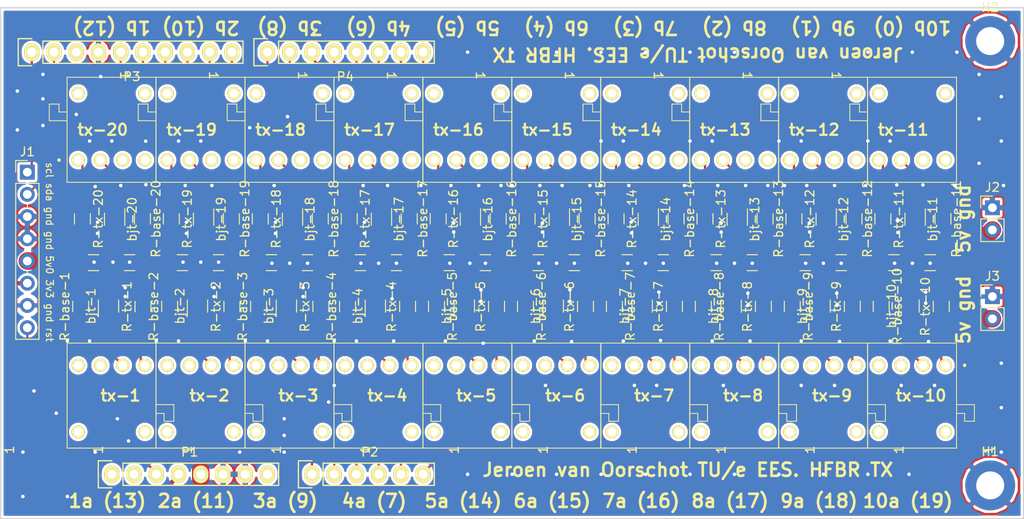
<source format=kicad_pcb>
(kicad_pcb (version 20171130) (host pcbnew "(5.0.2)-1")
  (title_block (date "lun. 30 mars 2015"))
  (layers (0 F.Cu signal) (31 B.Cu signal) (34 B.Paste user hide) (35 F.Paste user) (36 B.SilkS user) (37 F.SilkS user) (38 B.Mask user hide) (39 F.Mask user hide) (44 Edge.Cuts user))
  (net 0 "")
  (net 1 /IOREF)
  (net 2 /Reset)
  (net 3 +5V)
  (net 4 GND)
  (net 5 /Vin)
  (net 6 "Net-(P1-Pad1)")
  (net 7 "Net-(tx-13-Pad5)")
  (net 8 "Net-(tx-13-Pad4)")
  (net 9 "Net-(bjt-13-Pad2)")
  (net 10 "Net-(R-tx-13-Pad1)")
  (net 11 "Net-(tx-1-Pad5)")
  (net 12 "Net-(tx-1-Pad4)")
  (net 13 "Net-(bjt-1-Pad2)")
  (net 14 "Net-(R-tx-1-Pad1)")
  (net 15 "Net-(R-tx-2-Pad1)")
  (net 16 "Net-(bjt-2-Pad2)")
  (net 17 "Net-(tx-2-Pad4)")
  (net 18 "Net-(tx-2-Pad5)")
  (net 19 "Net-(tx-3-Pad5)")
  (net 20 "Net-(tx-3-Pad4)")
  (net 21 "Net-(bjt-3-Pad2)")
  (net 22 "Net-(R-tx-3-Pad1)")
  (net 23 "Net-(R-tx-4-Pad1)")
  (net 24 "Net-(bjt-4-Pad2)")
  (net 25 "Net-(tx-4-Pad4)")
  (net 26 "Net-(tx-4-Pad5)")
  (net 27 "Net-(tx-5-Pad5)")
  (net 28 "Net-(tx-5-Pad4)")
  (net 29 "Net-(bjt-5-Pad2)")
  (net 30 "Net-(R-tx-5-Pad1)")
  (net 31 "Net-(R-tx-6-Pad1)")
  (net 32 "Net-(bjt-6-Pad2)")
  (net 33 "Net-(tx-6-Pad4)")
  (net 34 "Net-(tx-6-Pad5)")
  (net 35 "Net-(tx-7-Pad5)")
  (net 36 "Net-(tx-7-Pad4)")
  (net 37 "Net-(bjt-7-Pad2)")
  (net 38 "Net-(R-tx-7-Pad1)")
  (net 39 "Net-(R-tx-8-Pad1)")
  (net 40 "Net-(bjt-8-Pad2)")
  (net 41 "Net-(tx-8-Pad4)")
  (net 42 "Net-(tx-8-Pad5)")
  (net 43 "Net-(tx-9-Pad5)")
  (net 44 "Net-(tx-9-Pad4)")
  (net 45 "Net-(bjt-9-Pad2)")
  (net 46 "Net-(R-tx-9-Pad1)")
  (net 47 "Net-(R-tx-10-Pad1)")
  (net 48 "Net-(bjt-10-Pad2)")
  (net 49 "Net-(tx-10-Pad4)")
  (net 50 "Net-(tx-10-Pad5)")
  (net 51 "Net-(tx-11-Pad5)")
  (net 52 "Net-(tx-11-Pad4)")
  (net 53 "Net-(bjt-11-Pad2)")
  (net 54 "Net-(R-tx-11-Pad1)")
  (net 55 "Net-(R-tx-12-Pad1)")
  (net 56 "Net-(bjt-12-Pad2)")
  (net 57 "Net-(tx-12-Pad4)")
  (net 58 "Net-(tx-12-Pad5)")
  (net 59 sig-13)
  (net 60 sig-12)
  (net 61 sig-11)
  (net 62 sig-10)
  (net 63 sig-9)
  (net 64 sig-8)
  (net 65 sig-7)
  (net 66 sig-6)
  (net 67 sig-5)
  (net 68 sig-4)
  (net 69 sig-3)
  (net 70 sig-2)
  (net 71 sig-1)
  (net 72 sig-0)
  (net 73 "Net-(R-base-8-Pad1)")
  (net 74 "Net-(R-base-3-Pad1)")
  (net 75 "Net-(R-base-9-Pad1)")
  (net 76 "Net-(R-base-10-Pad1)")
  (net 77 "Net-(R-base-13-Pad1)")
  (net 78 "Net-(R-base-12-Pad1)")
  (net 79 "Net-(R-base-11-Pad1)")
  (net 80 "Net-(R-base-7-Pad1)")
  (net 81 "Net-(R-base-1-Pad1)")
  (net 82 "Net-(R-base-2-Pad1)")
  (net 83 "Net-(R-base-4-Pad1)")
  (net 84 "Net-(R-base-5-Pad1)")
  (net 85 "Net-(R-base-6-Pad1)")
  (net 86 "Net-(P3-Pad3)")
  (net 87 "Net-(tx-1-Pad3)")
  (net 88 "Net-(tx-2-Pad3)")
  (net 89 "Net-(tx-3-Pad3)")
  (net 90 "Net-(tx-4-Pad3)")
  (net 91 "Net-(tx-5-Pad3)")
  (net 92 "Net-(tx-6-Pad3)")
  (net 93 "Net-(tx-8-Pad3)")
  (net 94 "Net-(tx-9-Pad3)")
  (net 95 "Net-(tx-10-Pad3)")
  (net 96 "Net-(tx-11-Pad3)")
  (net 97 "Net-(tx-12-Pad3)")
  (net 98 "Net-(tx-7-Pad3)")
  (net 99 "Net-(tx-13-Pad3)")
  (net 100 "Net-(tx-20-Pad5)")
  (net 101 "Net-(tx-20-Pad4)")
  (net 102 "Net-(tx-20-Pad3)")
  (net 103 "Net-(bjt-20-Pad2)")
  (net 104 "Net-(R-tx-20-Pad1)")
  (net 105 "Net-(R-tx-19-Pad1)")
  (net 106 "Net-(bjt-19-Pad2)")
  (net 107 "Net-(tx-19-Pad3)")
  (net 108 "Net-(tx-19-Pad4)")
  (net 109 "Net-(tx-19-Pad5)")
  (net 110 "Net-(tx-18-Pad5)")
  (net 111 "Net-(tx-18-Pad4)")
  (net 112 "Net-(tx-18-Pad3)")
  (net 113 "Net-(bjt-18-Pad2)")
  (net 114 "Net-(R-tx-18-Pad1)")
  (net 115 "Net-(R-tx-17-Pad1)")
  (net 116 "Net-(bjt-17-Pad2)")
  (net 117 "Net-(tx-17-Pad3)")
  (net 118 "Net-(tx-17-Pad4)")
  (net 119 "Net-(tx-17-Pad5)")
  (net 120 "Net-(tx-16-Pad5)")
  (net 121 "Net-(tx-16-Pad4)")
  (net 122 "Net-(tx-16-Pad3)")
  (net 123 "Net-(bjt-16-Pad2)")
  (net 124 "Net-(R-tx-16-Pad1)")
  (net 125 "Net-(R-tx-15-Pad1)")
  (net 126 "Net-(bjt-15-Pad2)")
  (net 127 "Net-(tx-15-Pad3)")
  (net 128 "Net-(tx-15-Pad4)")
  (net 129 "Net-(tx-15-Pad5)")
  (net 130 "Net-(tx-14-Pad5)")
  (net 131 "Net-(tx-14-Pad4)")
  (net 132 "Net-(tx-14-Pad3)")
  (net 133 "Net-(bjt-14-Pad2)")
  (net 134 "Net-(R-tx-14-Pad1)")
  (net 135 sig-14)
  (net 136 sig-15)
  (net 137 sig-16)
  (net 138 sig-17)
  (net 139 sig-18)
  (net 140 sig-19)
  (net 141 "Net-(R-base-20-Pad1)")
  (net 142 "Net-(R-base-17-Pad1)")
  (net 143 "Net-(R-base-19-Pad1)")
  (net 144 "Net-(R-base-18-Pad1)")
  (net 145 "Net-(R-base-16-Pad1)")
  (net 146 "Net-(R-base-14-Pad1)")
  (net 147 "Net-(R-base-15-Pad1)")
  (net 148 sig-scl)
  (net 149 sig-sda)
  (net 150 +3.3V)
  (module Connector_PinHeader_2.54mm:PinHeader_1x02_P2.54mm_Vertical (layer F.Cu) (at 239.522 103.505)
    (fp_text reference J3 (at 0 -2.33) (layer F.SilkS))
    (fp_text value Conn_01x02_Male)
    (pad 1 thru_hole rect (at 0 0) (size 1.7 1.7) (drill 1) (layers *.Cu *.Mask) (net 4 GND))
    (pad 2 thru_hole oval (at 0 2.54) (size 1.7 1.7) (drill 1) (layers *.Cu *.Mask) (net 3 +5V))
  )
  (module Connector_PinHeader_2.54mm:PinHeader_1x02_P2.54mm_Vertical (layer F.Cu) (at 239.522 93.345)
    (fp_text reference J2 (at 0 -2.33) (layer F.SilkS))
    (fp_text value Conn_01x02_Male)
    (pad 1 thru_hole rect (at 0 0) (size 1.7 1.7) (drill 1) (layers *.Cu *.Mask) (net 4 GND))
    (pad 2 thru_hole oval (at 0 2.54) (size 1.7 1.7) (drill 1) (layers *.Cu *.Mask) (net 3 +5V))
  )
  (module MountingHole:MountingHole_3.2mm_M3_ISO7380_Pad (layer F.Cu) (at 239.268 125.095)
    (fp_text reference H1 (at 0 -3.85) (layer F.SilkS))
    (fp_text value MountingHole)
    (pad 1 thru_hole circle (at 0 0) (size 5.7 5.7) (drill 3.2) (layers *.Cu *.Mask) (net 4 GND))
  )
  (module MountingHole:MountingHole_3.2mm_M3_ISO7380_Pad (layer F.Cu) (at 239.268 74.295)
    (fp_text reference H2 (at 0 -3.85) (layer F.SilkS))
    (fp_text value MountingHole)
    (pad 1 thru_hole circle (at 0 0) (size 5.7 5.7) (drill 3.2) (layers *.Cu *.Mask) (net 4 GND))
  )
  (module Connector_PinHeader_2.54mm:PinHeader_1x08_P2.54mm_Vertical (layer F.Cu) (at 129.286 89.281)
    (fp_text reference J1 (at 0 -2.33) (layer F.SilkS))
    (fp_text value Conn_01x08_Male)
    (pad 1 thru_hole rect (at 0 0) (size 1.7 1.7) (drill 1) (layers *.Cu *.Mask) (net 148 sig-scl))
    (pad 2 thru_hole oval (at 0 2.54) (size 1.7 1.7) (drill 1) (layers *.Cu *.Mask) (net 149 sig-sda))
    (pad 3 thru_hole oval (at 0 5.08) (size 1.7 1.7) (drill 1) (layers *.Cu *.Mask) (net 4 GND))
    (pad 4 thru_hole oval (at 0 7.62) (size 1.7 1.7) (drill 1) (layers *.Cu *.Mask) (net 4 GND))
    (pad 5 thru_hole oval (at 0 10.16) (size 1.7 1.7) (drill 1) (layers *.Cu *.Mask) (net 3 +5V))
    (pad 6 thru_hole oval (at 0 12.7) (size 1.7 1.7) (drill 1) (layers *.Cu *.Mask) (net 150 +3.3V))
    (pad 7 thru_hole oval (at 0 15.24) (size 1.7 1.7) (drill 1) (layers *.Cu *.Mask) (net 4 GND))
    (pad 8 thru_hole oval (at 0 17.78) (size 1.7 1.7) (drill 1) (layers *.Cu *.Mask) (net 2 /Reset))
  )
  (module Capacitor_SMD:C_1206_3216Metric_Pad1.42x1.75mm_HandSolder (layer F.Cu) (at 197.8025 99.6315)
    (fp_text reference C-14 hide)
    (fp_text value C)
    (pad 2 smd roundrect (at 1.4875 0) (size 1.425 1.75) (layers F.Cu F.Paste F.Mask) (roundrect_rratio 0.175439) (net 4 GND))
    (pad 1 smd roundrect (at -1.4875 0) (size 1.425 1.75) (layers F.Cu F.Paste F.Mask) (roundrect_rratio 0.175439) (net 3 +5V))
  )
  (module Capacitor_SMD:C_1206_3216Metric_Pad1.42x1.75mm_HandSolder (layer F.Cu) (at 187.6425 99.6315)
    (fp_text reference C-15 hide)
    (fp_text value C)
    (pad 1 smd roundrect (at -1.4875 0) (size 1.425 1.75) (layers F.Cu F.Paste F.Mask) (roundrect_rratio 0.175439) (net 3 +5V))
    (pad 2 smd roundrect (at 1.4875 0) (size 1.425 1.75) (layers F.Cu F.Paste F.Mask) (roundrect_rratio 0.175439) (net 4 GND))
  )
  (module Capacitor_SMD:C_1206_3216Metric_Pad1.42x1.75mm_HandSolder (layer F.Cu) (at 177.4825 99.6315)
    (fp_text reference C-16 hide)
    (fp_text value C)
    (pad 2 smd roundrect (at 1.4875 0) (size 1.425 1.75) (layers F.Cu F.Paste F.Mask) (roundrect_rratio 0.175439) (net 4 GND))
    (pad 1 smd roundrect (at -1.4875 0) (size 1.425 1.75) (layers F.Cu F.Paste F.Mask) (roundrect_rratio 0.175439) (net 3 +5V))
  )
  (module Capacitor_SMD:C_1206_3216Metric_Pad1.42x1.75mm_HandSolder (layer F.Cu) (at 167.3225 99.6315)
    (fp_text reference C-17 hide)
    (fp_text value C)
    (pad 1 smd roundrect (at -1.4875 0) (size 1.425 1.75) (layers F.Cu F.Paste F.Mask) (roundrect_rratio 0.175439) (net 3 +5V))
    (pad 2 smd roundrect (at 1.4875 0) (size 1.425 1.75) (layers F.Cu F.Paste F.Mask) (roundrect_rratio 0.175439) (net 4 GND))
  )
  (module Capacitor_SMD:C_1206_3216Metric_Pad1.42x1.75mm_HandSolder (layer F.Cu) (at 157.1625 99.6315)
    (fp_text reference C-18 hide)
    (fp_text value C)
    (pad 2 smd roundrect (at 1.4875 0) (size 1.425 1.75) (layers F.Cu F.Paste F.Mask) (roundrect_rratio 0.175439) (net 4 GND))
    (pad 1 smd roundrect (at -1.4875 0) (size 1.425 1.75) (layers F.Cu F.Paste F.Mask) (roundrect_rratio 0.175439) (net 3 +5V))
  )
  (module Capacitor_SMD:C_1206_3216Metric_Pad1.42x1.75mm_HandSolder (layer F.Cu) (at 147.0025 99.6315)
    (fp_text reference C-19 hide)
    (fp_text value C)
    (pad 1 smd roundrect (at -1.4875 0) (size 1.425 1.75) (layers F.Cu F.Paste F.Mask) (roundrect_rratio 0.175439) (net 3 +5V))
    (pad 2 smd roundrect (at 1.4875 0) (size 1.425 1.75) (layers F.Cu F.Paste F.Mask) (roundrect_rratio 0.175439) (net 4 GND))
  )
  (module Capacitor_SMD:C_1206_3216Metric_Pad1.42x1.75mm_HandSolder (layer F.Cu) (at 136.8425 99.6315)
    (fp_text reference C-20 hide)
    (fp_text value C)
    (pad 2 smd roundrect (at 1.4875 0) (size 1.425 1.75) (layers F.Cu F.Paste F.Mask) (roundrect_rratio 0.175439) (net 4 GND))
    (pad 1 smd roundrect (at -1.4875 0) (size 1.425 1.75) (layers F.Cu F.Paste F.Mask) (roundrect_rratio 0.175439) (net 3 +5V))
  )
  (module Package_TO_SOT_SMD:SOT-343_SC-70-4_Handsoldering (layer F.Cu) (at 139.2555 94.66754 270)
    (fp_text reference bjt-20 (at 0 -2 270) (layer F.SilkS))
    (fp_text value BUT11A)
    (pad 1 smd rect (at -1.33 -0.65 270) (size 1.5 0.4) (layers F.Cu F.Paste F.Mask) (net 141 "Net-(R-base-20-Pad1)"))
    (pad 2 smd rect (at -1.33 0.65 270) (size 1.5 0.4) (layers F.Cu F.Paste F.Mask) (net 103 "Net-(bjt-20-Pad2)"))
    (pad 3 smd rect (at 1.33 0.65 270) (size 1.5 0.4) (layers F.Cu F.Paste F.Mask) (net 4 GND))
    (pad 4 smd rect (at 1.33 -0.65 270) (size 1.5 0.4) (layers F.Cu F.Paste F.Mask))
  )
  (module Package_TO_SOT_SMD:SOT-343_SC-70-4_Handsoldering (layer F.Cu) (at 149.4155 94.66754 270)
    (fp_text reference bjt-19 (at 0 -2 270) (layer F.SilkS))
    (fp_text value BUT11A)
    (pad 4 smd rect (at 1.33 -0.65 270) (size 1.5 0.4) (layers F.Cu F.Paste F.Mask))
    (pad 3 smd rect (at 1.33 0.65 270) (size 1.5 0.4) (layers F.Cu F.Paste F.Mask) (net 4 GND))
    (pad 2 smd rect (at -1.33 0.65 270) (size 1.5 0.4) (layers F.Cu F.Paste F.Mask) (net 106 "Net-(bjt-19-Pad2)"))
    (pad 1 smd rect (at -1.33 -0.65 270) (size 1.5 0.4) (layers F.Cu F.Paste F.Mask) (net 143 "Net-(R-base-19-Pad1)"))
  )
  (module Package_TO_SOT_SMD:SOT-343_SC-70-4_Handsoldering (layer F.Cu) (at 159.5755 94.66754 270)
    (fp_text reference bjt-18 (at 0 -2 270) (layer F.SilkS))
    (fp_text value BUT11A)
    (pad 1 smd rect (at -1.33 -0.65 270) (size 1.5 0.4) (layers F.Cu F.Paste F.Mask) (net 144 "Net-(R-base-18-Pad1)"))
    (pad 2 smd rect (at -1.33 0.65 270) (size 1.5 0.4) (layers F.Cu F.Paste F.Mask) (net 113 "Net-(bjt-18-Pad2)"))
    (pad 3 smd rect (at 1.33 0.65 270) (size 1.5 0.4) (layers F.Cu F.Paste F.Mask) (net 4 GND))
    (pad 4 smd rect (at 1.33 -0.65 270) (size 1.5 0.4) (layers F.Cu F.Paste F.Mask))
  )
  (module Package_TO_SOT_SMD:SOT-343_SC-70-4_Handsoldering (layer F.Cu) (at 169.7355 94.66754 270)
    (fp_text reference bjt-17 (at 0 -2 270) (layer F.SilkS))
    (fp_text value BUT11A)
    (pad 4 smd rect (at 1.33 -0.65 270) (size 1.5 0.4) (layers F.Cu F.Paste F.Mask))
    (pad 3 smd rect (at 1.33 0.65 270) (size 1.5 0.4) (layers F.Cu F.Paste F.Mask) (net 4 GND))
    (pad 2 smd rect (at -1.33 0.65 270) (size 1.5 0.4) (layers F.Cu F.Paste F.Mask) (net 116 "Net-(bjt-17-Pad2)"))
    (pad 1 smd rect (at -1.33 -0.65 270) (size 1.5 0.4) (layers F.Cu F.Paste F.Mask) (net 142 "Net-(R-base-17-Pad1)"))
  )
  (module Package_TO_SOT_SMD:SOT-343_SC-70-4_Handsoldering (layer F.Cu) (at 179.8955 94.66754 270)
    (fp_text reference bjt-16 (at 0 -2 270) (layer F.SilkS))
    (fp_text value BUT11A)
    (pad 1 smd rect (at -1.33 -0.65 270) (size 1.5 0.4) (layers F.Cu F.Paste F.Mask) (net 145 "Net-(R-base-16-Pad1)"))
    (pad 2 smd rect (at -1.33 0.65 270) (size 1.5 0.4) (layers F.Cu F.Paste F.Mask) (net 123 "Net-(bjt-16-Pad2)"))
    (pad 3 smd rect (at 1.33 0.65 270) (size 1.5 0.4) (layers F.Cu F.Paste F.Mask) (net 4 GND))
    (pad 4 smd rect (at 1.33 -0.65 270) (size 1.5 0.4) (layers F.Cu F.Paste F.Mask))
  )
  (module Package_TO_SOT_SMD:SOT-343_SC-70-4_Handsoldering (layer F.Cu) (at 190.0555 94.66754 270)
    (fp_text reference bjt-15 (at 0 -2 270) (layer F.SilkS))
    (fp_text value BUT11A)
    (pad 4 smd rect (at 1.33 -0.65 270) (size 1.5 0.4) (layers F.Cu F.Paste F.Mask))
    (pad 3 smd rect (at 1.33 0.65 270) (size 1.5 0.4) (layers F.Cu F.Paste F.Mask) (net 4 GND))
    (pad 2 smd rect (at -1.33 0.65 270) (size 1.5 0.4) (layers F.Cu F.Paste F.Mask) (net 126 "Net-(bjt-15-Pad2)"))
    (pad 1 smd rect (at -1.33 -0.65 270) (size 1.5 0.4) (layers F.Cu F.Paste F.Mask) (net 147 "Net-(R-base-15-Pad1)"))
  )
  (module Package_TO_SOT_SMD:SOT-343_SC-70-4_Handsoldering (layer F.Cu) (at 200.2155 94.66754 270)
    (fp_text reference bjt-14 (at 0 -2 270) (layer F.SilkS))
    (fp_text value BUT11A)
    (pad 1 smd rect (at -1.33 -0.65 270) (size 1.5 0.4) (layers F.Cu F.Paste F.Mask) (net 146 "Net-(R-base-14-Pad1)"))
    (pad 2 smd rect (at -1.33 0.65 270) (size 1.5 0.4) (layers F.Cu F.Paste F.Mask) (net 133 "Net-(bjt-14-Pad2)"))
    (pad 3 smd rect (at 1.33 0.65 270) (size 1.5 0.4) (layers F.Cu F.Paste F.Mask) (net 4 GND))
    (pad 4 smd rect (at 1.33 -0.65 270) (size 1.5 0.4) (layers F.Cu F.Paste F.Mask))
  )
  (module Resistor_SMD:R_1206_3216Metric_Pad1.42x1.75mm_HandSolder (layer F.Cu) (at 196.5325 94.61754 270)
    (fp_text reference R-tx-14 (at 0 -1.82 270) (layer F.SilkS))
    (fp_text value 50)
    (pad 2 smd roundrect (at 1.4875 0 270) (size 1.425 1.75) (layers F.Cu F.Paste F.Mask) (roundrect_rratio 0.175439) (net 3 +5V))
    (pad 1 smd roundrect (at -1.4875 0 270) (size 1.425 1.75) (layers F.Cu F.Paste F.Mask) (roundrect_rratio 0.175439) (net 134 "Net-(R-tx-14-Pad1)"))
  )
  (module Resistor_SMD:R_1206_3216Metric_Pad1.42x1.75mm_HandSolder (layer F.Cu) (at 186.3725 94.61754 270)
    (fp_text reference R-tx-15 (at 0 -1.82 270) (layer F.SilkS))
    (fp_text value 50)
    (pad 1 smd roundrect (at -1.4875 0 270) (size 1.425 1.75) (layers F.Cu F.Paste F.Mask) (roundrect_rratio 0.175439) (net 125 "Net-(R-tx-15-Pad1)"))
    (pad 2 smd roundrect (at 1.4875 0 270) (size 1.425 1.75) (layers F.Cu F.Paste F.Mask) (roundrect_rratio 0.175439) (net 3 +5V))
  )
  (module Resistor_SMD:R_1206_3216Metric_Pad1.42x1.75mm_HandSolder (layer F.Cu) (at 193.2305 94.61754 90)
    (fp_text reference R-base-15 (at 0 1.5455 90) (layer F.SilkS))
    (fp_text value 2k)
    (pad 2 smd roundrect (at 1.4875 0 90) (size 1.425 1.75) (layers F.Cu F.Paste F.Mask) (roundrect_rratio 0.175439) (net 68 sig-4))
    (pad 1 smd roundrect (at -1.4875 0 90) (size 1.425 1.75) (layers F.Cu F.Paste F.Mask) (roundrect_rratio 0.175439) (net 147 "Net-(R-base-15-Pad1)"))
  )
  (module Resistor_SMD:R_1206_3216Metric_Pad1.42x1.75mm_HandSolder (layer F.Cu) (at 135.5725 94.61754 270)
    (fp_text reference R-tx-20 (at 0 -1.82 270) (layer F.SilkS))
    (fp_text value 50)
    (pad 2 smd roundrect (at 1.4875 0 270) (size 1.425 1.75) (layers F.Cu F.Paste F.Mask) (roundrect_rratio 0.175439) (net 3 +5V))
    (pad 1 smd roundrect (at -1.4875 0 270) (size 1.425 1.75) (layers F.Cu F.Paste F.Mask) (roundrect_rratio 0.175439) (net 104 "Net-(R-tx-20-Pad1)"))
  )
  (module Resistor_SMD:R_1206_3216Metric_Pad1.42x1.75mm_HandSolder (layer F.Cu) (at 145.7325 94.61754 270)
    (fp_text reference R-tx-19 (at 0 -1.82 270) (layer F.SilkS))
    (fp_text value 50)
    (pad 1 smd roundrect (at -1.4875 0 270) (size 1.425 1.75) (layers F.Cu F.Paste F.Mask) (roundrect_rratio 0.175439) (net 105 "Net-(R-tx-19-Pad1)"))
    (pad 2 smd roundrect (at 1.4875 0 270) (size 1.425 1.75) (layers F.Cu F.Paste F.Mask) (roundrect_rratio 0.175439) (net 3 +5V))
  )
  (module Resistor_SMD:R_1206_3216Metric_Pad1.42x1.75mm_HandSolder (layer F.Cu) (at 155.8925 94.61754 270)
    (fp_text reference R-tx-18 (at 0 -1.82 270) (layer F.SilkS))
    (fp_text value 50)
    (pad 2 smd roundrect (at 1.4875 0 270) (size 1.425 1.75) (layers F.Cu F.Paste F.Mask) (roundrect_rratio 0.175439) (net 3 +5V))
    (pad 1 smd roundrect (at -1.4875 0 270) (size 1.425 1.75) (layers F.Cu F.Paste F.Mask) (roundrect_rratio 0.175439) (net 114 "Net-(R-tx-18-Pad1)"))
  )
  (module Resistor_SMD:R_1206_3216Metric_Pad1.42x1.75mm_HandSolder (layer F.Cu) (at 166.0525 94.61754 270)
    (fp_text reference R-tx-17 (at 0 -1.82 270) (layer F.SilkS))
    (fp_text value 50)
    (pad 1 smd roundrect (at -1.4875 0 270) (size 1.425 1.75) (layers F.Cu F.Paste F.Mask) (roundrect_rratio 0.175439) (net 115 "Net-(R-tx-17-Pad1)"))
    (pad 2 smd roundrect (at 1.4875 0 270) (size 1.425 1.75) (layers F.Cu F.Paste F.Mask) (roundrect_rratio 0.175439) (net 3 +5V))
  )
  (module Resistor_SMD:R_1206_3216Metric_Pad1.42x1.75mm_HandSolder (layer F.Cu) (at 203.3905 94.61754 90)
    (fp_text reference R-base-14 (at 0 1.5455 90) (layer F.SilkS))
    (fp_text value 2k)
    (pad 2 smd roundrect (at 1.4875 0 90) (size 1.425 1.75) (layers F.Cu F.Paste F.Mask) (roundrect_rratio 0.175439) (net 69 sig-3))
    (pad 1 smd roundrect (at -1.4875 0 90) (size 1.425 1.75) (layers F.Cu F.Paste F.Mask) (roundrect_rratio 0.175439) (net 146 "Net-(R-base-14-Pad1)"))
  )
  (module Resistor_SMD:R_1206_3216Metric_Pad1.42x1.75mm_HandSolder (layer F.Cu) (at 183.0705 94.61754 90)
    (fp_text reference R-base-16 (at 0 1.5455 90) (layer F.SilkS))
    (fp_text value 2k)
    (pad 1 smd roundrect (at -1.4875 0 90) (size 1.425 1.75) (layers F.Cu F.Paste F.Mask) (roundrect_rratio 0.175439) (net 145 "Net-(R-base-16-Pad1)"))
    (pad 2 smd roundrect (at 1.4875 0 90) (size 1.425 1.75) (layers F.Cu F.Paste F.Mask) (roundrect_rratio 0.175439) (net 67 sig-5))
  )
  (module Resistor_SMD:R_1206_3216Metric_Pad1.42x1.75mm_HandSolder (layer F.Cu) (at 162.7505 94.61754 90)
    (fp_text reference R-base-18 (at 0 1.5455 90) (layer F.SilkS))
    (fp_text value 2k)
    (pad 2 smd roundrect (at 1.4875 0 90) (size 1.425 1.75) (layers F.Cu F.Paste F.Mask) (roundrect_rratio 0.175439) (net 64 sig-8))
    (pad 1 smd roundrect (at -1.4875 0 90) (size 1.425 1.75) (layers F.Cu F.Paste F.Mask) (roundrect_rratio 0.175439) (net 144 "Net-(R-base-18-Pad1)"))
  )
  (module Resistor_SMD:R_1206_3216Metric_Pad1.42x1.75mm_HandSolder (layer F.Cu) (at 152.5905 94.61754 90)
    (fp_text reference R-base-19 (at 0 1.5455 90) (layer F.SilkS))
    (fp_text value 2k)
    (pad 1 smd roundrect (at -1.4875 0 90) (size 1.425 1.75) (layers F.Cu F.Paste F.Mask) (roundrect_rratio 0.175439) (net 143 "Net-(R-base-19-Pad1)"))
    (pad 2 smd roundrect (at 1.4875 0 90) (size 1.425 1.75) (layers F.Cu F.Paste F.Mask) (roundrect_rratio 0.175439) (net 62 sig-10))
  )
  (module Resistor_SMD:R_1206_3216Metric_Pad1.42x1.75mm_HandSolder (layer F.Cu) (at 176.2125 94.61754 270)
    (fp_text reference R-tx-16 (at -0.01778 -1.74888 270) (layer F.SilkS))
    (fp_text value 50)
    (pad 1 smd roundrect (at -1.4875 0 270) (size 1.425 1.75) (layers F.Cu F.Paste F.Mask) (roundrect_rratio 0.175439) (net 124 "Net-(R-tx-16-Pad1)"))
    (pad 2 smd roundrect (at 1.4875 0 270) (size 1.425 1.75) (layers F.Cu F.Paste F.Mask) (roundrect_rratio 0.175439) (net 3 +5V))
  )
  (module Resistor_SMD:R_1206_3216Metric_Pad1.42x1.75mm_HandSolder (layer F.Cu) (at 172.9105 94.61754 90)
    (fp_text reference R-base-17 (at 0 1.5455 90) (layer F.SilkS))
    (fp_text value 2k)
    (pad 2 smd roundrect (at 1.4875 0 90) (size 1.425 1.75) (layers F.Cu F.Paste F.Mask) (roundrect_rratio 0.175439) (net 66 sig-6))
    (pad 1 smd roundrect (at -1.4875 0 90) (size 1.425 1.75) (layers F.Cu F.Paste F.Mask) (roundrect_rratio 0.175439) (net 142 "Net-(R-base-17-Pad1)"))
  )
  (module Resistor_SMD:R_1206_3216Metric_Pad1.42x1.75mm_HandSolder (layer F.Cu) (at 142.4305 94.61754 90)
    (fp_text reference R-base-20 (at 0 1.5455 90) (layer F.SilkS))
    (fp_text value 2k)
    (pad 1 smd roundrect (at -1.4875 0 90) (size 1.425 1.75) (layers F.Cu F.Paste F.Mask) (roundrect_rratio 0.175439) (net 141 "Net-(R-base-20-Pad1)"))
    (pad 2 smd roundrect (at 1.4875 0 90) (size 1.425 1.75) (layers F.Cu F.Paste F.Mask) (roundrect_rratio 0.175439) (net 60 sig-12))
  )
  (module hfbr:HFBR1521Z (layer F.Cu) (at 199.863499 87.899999 180)
    (fp_text reference tx-14 (at 1.015 3.465 180) (layer F.SilkS) (effects (font (size 1.27 1.27) (thickness 0.254))))
    (fp_text value HFBR-1521Z hide)
    (pad 6 thru_hole circle (at 3.81 7.62 270) (size 1.515 1.515) (drill 1.01) (layers *.Cu *.Mask F.SilkS))
    (pad 5 thru_hole circle (at -3.81 7.62 270) (size 1.515 1.515) (drill 1.01) (layers *.Cu *.Mask F.SilkS) (net 130 "Net-(tx-14-Pad5)"))
    (pad 4 thru_hole circle (at -3.81 0 270) (size 1.515 1.515) (drill 1.01) (layers *.Cu *.Mask F.SilkS) (net 131 "Net-(tx-14-Pad4)"))
    (pad 3 thru_hole circle (at -1.27 0 270) (size 1.515 1.515) (drill 1.01) (layers *.Cu *.Mask F.SilkS) (net 132 "Net-(tx-14-Pad3)"))
    (pad 2 thru_hole circle (at 1.27 0 270) (size 1.515 1.515) (drill 1.01) (layers *.Cu *.Mask F.SilkS) (net 133 "Net-(bjt-14-Pad2)"))
    (pad 1 thru_hole circle (at 3.81 0 270) (size 1.515 1.515) (drill 1.01) (layers *.Cu *.Mask F.SilkS) (net 134 "Net-(R-tx-14-Pad1)"))
  )
  (module hfbr:HFBR1521Z (layer F.Cu) (at 189.703499 87.899999 180)
    (fp_text reference tx-15 (at 1.015 3.465 180) (layer F.SilkS) (effects (font (size 1.27 1.27) (thickness 0.254))))
    (fp_text value HFBR-1521Z hide)
    (pad 1 thru_hole circle (at 3.81 0 270) (size 1.515 1.515) (drill 1.01) (layers *.Cu *.Mask F.SilkS) (net 125 "Net-(R-tx-15-Pad1)"))
    (pad 2 thru_hole circle (at 1.27 0 270) (size 1.515 1.515) (drill 1.01) (layers *.Cu *.Mask F.SilkS) (net 126 "Net-(bjt-15-Pad2)"))
    (pad 3 thru_hole circle (at -1.27 0 270) (size 1.515 1.515) (drill 1.01) (layers *.Cu *.Mask F.SilkS) (net 127 "Net-(tx-15-Pad3)"))
    (pad 4 thru_hole circle (at -3.81 0 270) (size 1.515 1.515) (drill 1.01) (layers *.Cu *.Mask F.SilkS) (net 128 "Net-(tx-15-Pad4)"))
    (pad 5 thru_hole circle (at -3.81 7.62 270) (size 1.515 1.515) (drill 1.01) (layers *.Cu *.Mask F.SilkS) (net 129 "Net-(tx-15-Pad5)"))
    (pad 6 thru_hole circle (at 3.81 7.62 270) (size 1.515 1.515) (drill 1.01) (layers *.Cu *.Mask F.SilkS))
  )
  (module hfbr:HFBR1521Z (layer F.Cu) (at 179.543499 87.899999 180)
    (fp_text reference tx-16 (at 1.015 3.465 180) (layer F.SilkS) (effects (font (size 1.27 1.27) (thickness 0.254))))
    (fp_text value HFBR-1521Z hide)
    (pad 6 thru_hole circle (at 3.81 7.62 270) (size 1.515 1.515) (drill 1.01) (layers *.Cu *.Mask F.SilkS))
    (pad 5 thru_hole circle (at -3.81 7.62 270) (size 1.515 1.515) (drill 1.01) (layers *.Cu *.Mask F.SilkS) (net 120 "Net-(tx-16-Pad5)"))
    (pad 4 thru_hole circle (at -3.81 0 270) (size 1.515 1.515) (drill 1.01) (layers *.Cu *.Mask F.SilkS) (net 121 "Net-(tx-16-Pad4)"))
    (pad 3 thru_hole circle (at -1.27 0 270) (size 1.515 1.515) (drill 1.01) (layers *.Cu *.Mask F.SilkS) (net 122 "Net-(tx-16-Pad3)"))
    (pad 2 thru_hole circle (at 1.27 0 270) (size 1.515 1.515) (drill 1.01) (layers *.Cu *.Mask F.SilkS) (net 123 "Net-(bjt-16-Pad2)"))
    (pad 1 thru_hole circle (at 3.81 0 270) (size 1.515 1.515) (drill 1.01) (layers *.Cu *.Mask F.SilkS) (net 124 "Net-(R-tx-16-Pad1)"))
  )
  (module hfbr:HFBR1521Z (layer F.Cu) (at 169.383499 87.899999 180)
    (fp_text reference tx-17 (at 1.015 3.465 180) (layer F.SilkS) (effects (font (size 1.27 1.27) (thickness 0.254))))
    (fp_text value HFBR-1521Z hide)
    (pad 1 thru_hole circle (at 3.81 0 270) (size 1.515 1.515) (drill 1.01) (layers *.Cu *.Mask F.SilkS) (net 115 "Net-(R-tx-17-Pad1)"))
    (pad 2 thru_hole circle (at 1.27 0 270) (size 1.515 1.515) (drill 1.01) (layers *.Cu *.Mask F.SilkS) (net 116 "Net-(bjt-17-Pad2)"))
    (pad 3 thru_hole circle (at -1.27 0 270) (size 1.515 1.515) (drill 1.01) (layers *.Cu *.Mask F.SilkS) (net 117 "Net-(tx-17-Pad3)"))
    (pad 4 thru_hole circle (at -3.81 0 270) (size 1.515 1.515) (drill 1.01) (layers *.Cu *.Mask F.SilkS) (net 118 "Net-(tx-17-Pad4)"))
    (pad 5 thru_hole circle (at -3.81 7.62 270) (size 1.515 1.515) (drill 1.01) (layers *.Cu *.Mask F.SilkS) (net 119 "Net-(tx-17-Pad5)"))
    (pad 6 thru_hole circle (at 3.81 7.62 270) (size 1.515 1.515) (drill 1.01) (layers *.Cu *.Mask F.SilkS))
  )
  (module hfbr:HFBR1521Z (layer F.Cu) (at 159.223499 87.899999 180)
    (fp_text reference tx-18 (at 1.015 3.465 180) (layer F.SilkS) (effects (font (size 1.27 1.27) (thickness 0.254))))
    (fp_text value HFBR-1521Z hide)
    (pad 6 thru_hole circle (at 3.81 7.62 270) (size 1.515 1.515) (drill 1.01) (layers *.Cu *.Mask F.SilkS))
    (pad 5 thru_hole circle (at -3.81 7.62 270) (size 1.515 1.515) (drill 1.01) (layers *.Cu *.Mask F.SilkS) (net 110 "Net-(tx-18-Pad5)"))
    (pad 4 thru_hole circle (at -3.81 0 270) (size 1.515 1.515) (drill 1.01) (layers *.Cu *.Mask F.SilkS) (net 111 "Net-(tx-18-Pad4)"))
    (pad 3 thru_hole circle (at -1.27 0 270) (size 1.515 1.515) (drill 1.01) (layers *.Cu *.Mask F.SilkS) (net 112 "Net-(tx-18-Pad3)"))
    (pad 2 thru_hole circle (at 1.27 0 270) (size 1.515 1.515) (drill 1.01) (layers *.Cu *.Mask F.SilkS) (net 113 "Net-(bjt-18-Pad2)"))
    (pad 1 thru_hole circle (at 3.81 0 270) (size 1.515 1.515) (drill 1.01) (layers *.Cu *.Mask F.SilkS) (net 114 "Net-(R-tx-18-Pad1)"))
  )
  (module hfbr:HFBR1521Z (layer F.Cu) (at 149.063499 87.899999 180)
    (fp_text reference tx-19 (at 1.015 3.465 180) (layer F.SilkS) (effects (font (size 1.27 1.27) (thickness 0.254))))
    (fp_text value HFBR-1521Z hide)
    (pad 1 thru_hole circle (at 3.81 0 270) (size 1.515 1.515) (drill 1.01) (layers *.Cu *.Mask F.SilkS) (net 105 "Net-(R-tx-19-Pad1)"))
    (pad 2 thru_hole circle (at 1.27 0 270) (size 1.515 1.515) (drill 1.01) (layers *.Cu *.Mask F.SilkS) (net 106 "Net-(bjt-19-Pad2)"))
    (pad 3 thru_hole circle (at -1.27 0 270) (size 1.515 1.515) (drill 1.01) (layers *.Cu *.Mask F.SilkS) (net 107 "Net-(tx-19-Pad3)"))
    (pad 4 thru_hole circle (at -3.81 0 270) (size 1.515 1.515) (drill 1.01) (layers *.Cu *.Mask F.SilkS) (net 108 "Net-(tx-19-Pad4)"))
    (pad 5 thru_hole circle (at -3.81 7.62 270) (size 1.515 1.515) (drill 1.01) (layers *.Cu *.Mask F.SilkS) (net 109 "Net-(tx-19-Pad5)"))
    (pad 6 thru_hole circle (at 3.81 7.62 270) (size 1.515 1.515) (drill 1.01) (layers *.Cu *.Mask F.SilkS))
  )
  (module hfbr:HFBR1521Z (layer F.Cu) (at 138.903499 87.899999 180)
    (fp_text reference tx-20 (at 1.015 3.465 180) (layer F.SilkS) (effects (font (size 1.27 1.27) (thickness 0.254))))
    (fp_text value HFBR-1521Z hide)
    (pad 6 thru_hole circle (at 3.81 7.62 270) (size 1.515 1.515) (drill 1.01) (layers *.Cu *.Mask F.SilkS))
    (pad 5 thru_hole circle (at -3.81 7.62 270) (size 1.515 1.515) (drill 1.01) (layers *.Cu *.Mask F.SilkS) (net 100 "Net-(tx-20-Pad5)"))
    (pad 4 thru_hole circle (at -3.81 0 270) (size 1.515 1.515) (drill 1.01) (layers *.Cu *.Mask F.SilkS) (net 101 "Net-(tx-20-Pad4)"))
    (pad 3 thru_hole circle (at -1.27 0 270) (size 1.515 1.515) (drill 1.01) (layers *.Cu *.Mask F.SilkS) (net 102 "Net-(tx-20-Pad3)"))
    (pad 2 thru_hole circle (at 1.27 0 270) (size 1.515 1.515) (drill 1.01) (layers *.Cu *.Mask F.SilkS) (net 103 "Net-(bjt-20-Pad2)"))
    (pad 1 thru_hole circle (at 3.81 0 270) (size 1.515 1.515) (drill 1.01) (layers *.Cu *.Mask F.SilkS) (net 104 "Net-(R-tx-20-Pad1)"))
  )
  (module hfbr:HFBR1521Z (layer F.Cu) (at 210.023499 87.899999 180)
    (fp_text reference tx-13 (at 1.015 3.465 180) (layer F.SilkS) (effects (font (size 1.27 1.27) (thickness 0.254))))
    (fp_text value HFBR-1521Z hide)
    (pad 6 thru_hole circle (at 3.81 7.62 270) (size 1.515 1.515) (drill 1.01) (layers *.Cu *.Mask F.SilkS))
    (pad 5 thru_hole circle (at -3.81 7.62 270) (size 1.515 1.515) (drill 1.01) (layers *.Cu *.Mask F.SilkS) (net 7 "Net-(tx-13-Pad5)"))
    (pad 4 thru_hole circle (at -3.81 0 270) (size 1.515 1.515) (drill 1.01) (layers *.Cu *.Mask F.SilkS) (net 8 "Net-(tx-13-Pad4)"))
    (pad 3 thru_hole circle (at -1.27 0 270) (size 1.515 1.515) (drill 1.01) (layers *.Cu *.Mask F.SilkS) (net 99 "Net-(tx-13-Pad3)"))
    (pad 2 thru_hole circle (at 1.27 0 270) (size 1.515 1.515) (drill 1.01) (layers *.Cu *.Mask F.SilkS) (net 9 "Net-(bjt-13-Pad2)"))
    (pad 1 thru_hole circle (at 3.81 0 270) (size 1.515 1.515) (drill 1.01) (layers *.Cu *.Mask F.SilkS) (net 10 "Net-(R-tx-13-Pad1)"))
  )
  (module hfbr:HFBR1521Z (layer F.Cu) (at 199.869001 111.363001)
    (fp_text reference tx-7 (at 1.015 3.465) (layer F.SilkS) (effects (font (size 1.27 1.27) (thickness 0.254))))
    (fp_text value HFBR-1521Z hide)
    (pad 1 thru_hole circle (at 3.81 0 90) (size 1.515 1.515) (drill 1.01) (layers *.Cu *.Mask F.SilkS) (net 38 "Net-(R-tx-7-Pad1)"))
    (pad 2 thru_hole circle (at 1.27 0 90) (size 1.515 1.515) (drill 1.01) (layers *.Cu *.Mask F.SilkS) (net 37 "Net-(bjt-7-Pad2)"))
    (pad 3 thru_hole circle (at -1.27 0 90) (size 1.515 1.515) (drill 1.01) (layers *.Cu *.Mask F.SilkS) (net 98 "Net-(tx-7-Pad3)"))
    (pad 4 thru_hole circle (at -3.81 0 90) (size 1.515 1.515) (drill 1.01) (layers *.Cu *.Mask F.SilkS) (net 36 "Net-(tx-7-Pad4)"))
    (pad 5 thru_hole circle (at -3.81 7.62 90) (size 1.515 1.515) (drill 1.01) (layers *.Cu *.Mask F.SilkS) (net 35 "Net-(tx-7-Pad5)"))
    (pad 6 thru_hole circle (at 3.81 7.62 90) (size 1.515 1.515) (drill 1.01) (layers *.Cu *.Mask F.SilkS))
  )
  (module hfbr:HFBR1521Z (layer F.Cu) (at 220.183499 87.899999 180)
    (fp_text reference tx-12 (at 1.015 3.465 180) (layer F.SilkS) (effects (font (size 1.27 1.27) (thickness 0.254))))
    (fp_text value HFBR-1521Z hide)
    (pad 6 thru_hole circle (at 3.81 7.62 270) (size 1.515 1.515) (drill 1.01) (layers *.Cu *.Mask F.SilkS))
    (pad 5 thru_hole circle (at -3.81 7.62 270) (size 1.515 1.515) (drill 1.01) (layers *.Cu *.Mask F.SilkS) (net 58 "Net-(tx-12-Pad5)"))
    (pad 4 thru_hole circle (at -3.81 0 270) (size 1.515 1.515) (drill 1.01) (layers *.Cu *.Mask F.SilkS) (net 57 "Net-(tx-12-Pad4)"))
    (pad 3 thru_hole circle (at -1.27 0 270) (size 1.515 1.515) (drill 1.01) (layers *.Cu *.Mask F.SilkS) (net 97 "Net-(tx-12-Pad3)"))
    (pad 2 thru_hole circle (at 1.27 0 270) (size 1.515 1.515) (drill 1.01) (layers *.Cu *.Mask F.SilkS) (net 56 "Net-(bjt-12-Pad2)"))
    (pad 1 thru_hole circle (at 3.81 0 270) (size 1.515 1.515) (drill 1.01) (layers *.Cu *.Mask F.SilkS) (net 55 "Net-(R-tx-12-Pad1)"))
  )
  (module hfbr:HFBR1521Z (layer F.Cu) (at 230.343499 87.899999 180)
    (fp_text reference tx-11 (at 1.015 3.465 180) (layer F.SilkS) (effects (font (size 1.27 1.27) (thickness 0.254))))
    (fp_text value HFBR-1521Z hide)
    (pad 1 thru_hole circle (at 3.81 0 270) (size 1.515 1.515) (drill 1.01) (layers *.Cu *.Mask F.SilkS) (net 54 "Net-(R-tx-11-Pad1)"))
    (pad 2 thru_hole circle (at 1.27 0 270) (size 1.515 1.515) (drill 1.01) (layers *.Cu *.Mask F.SilkS) (net 53 "Net-(bjt-11-Pad2)"))
    (pad 3 thru_hole circle (at -1.27 0 270) (size 1.515 1.515) (drill 1.01) (layers *.Cu *.Mask F.SilkS) (net 96 "Net-(tx-11-Pad3)"))
    (pad 4 thru_hole circle (at -3.81 0 270) (size 1.515 1.515) (drill 1.01) (layers *.Cu *.Mask F.SilkS) (net 52 "Net-(tx-11-Pad4)"))
    (pad 5 thru_hole circle (at -3.81 7.62 270) (size 1.515 1.515) (drill 1.01) (layers *.Cu *.Mask F.SilkS) (net 51 "Net-(tx-11-Pad5)"))
    (pad 6 thru_hole circle (at 3.81 7.62 270) (size 1.515 1.515) (drill 1.01) (layers *.Cu *.Mask F.SilkS))
  )
  (module hfbr:HFBR1521Z (layer F.Cu) (at 230.349001 111.363001)
    (fp_text reference tx-10 (at 1.015 3.465) (layer F.SilkS) (effects (font (size 1.27 1.27) (thickness 0.254))))
    (fp_text value HFBR-1521Z hide)
    (pad 6 thru_hole circle (at 3.81 7.62 90) (size 1.515 1.515) (drill 1.01) (layers *.Cu *.Mask F.SilkS))
    (pad 5 thru_hole circle (at -3.81 7.62 90) (size 1.515 1.515) (drill 1.01) (layers *.Cu *.Mask F.SilkS) (net 50 "Net-(tx-10-Pad5)"))
    (pad 4 thru_hole circle (at -3.81 0 90) (size 1.515 1.515) (drill 1.01) (layers *.Cu *.Mask F.SilkS) (net 49 "Net-(tx-10-Pad4)"))
    (pad 3 thru_hole circle (at -1.27 0 90) (size 1.515 1.515) (drill 1.01) (layers *.Cu *.Mask F.SilkS) (net 95 "Net-(tx-10-Pad3)"))
    (pad 2 thru_hole circle (at 1.27 0 90) (size 1.515 1.515) (drill 1.01) (layers *.Cu *.Mask F.SilkS) (net 48 "Net-(bjt-10-Pad2)"))
    (pad 1 thru_hole circle (at 3.81 0 90) (size 1.515 1.515) (drill 1.01) (layers *.Cu *.Mask F.SilkS) (net 47 "Net-(R-tx-10-Pad1)"))
  )
  (module hfbr:HFBR1521Z (layer F.Cu) (at 220.189001 111.363001)
    (fp_text reference tx-9 (at 1.015 3.465) (layer F.SilkS) (effects (font (size 1.27 1.27) (thickness 0.254))))
    (fp_text value HFBR-1521Z hide)
    (pad 1 thru_hole circle (at 3.81 0 90) (size 1.515 1.515) (drill 1.01) (layers *.Cu *.Mask F.SilkS) (net 46 "Net-(R-tx-9-Pad1)"))
    (pad 2 thru_hole circle (at 1.27 0 90) (size 1.515 1.515) (drill 1.01) (layers *.Cu *.Mask F.SilkS) (net 45 "Net-(bjt-9-Pad2)"))
    (pad 3 thru_hole circle (at -1.27 0 90) (size 1.515 1.515) (drill 1.01) (layers *.Cu *.Mask F.SilkS) (net 94 "Net-(tx-9-Pad3)"))
    (pad 4 thru_hole circle (at -3.81 0 90) (size 1.515 1.515) (drill 1.01) (layers *.Cu *.Mask F.SilkS) (net 44 "Net-(tx-9-Pad4)"))
    (pad 5 thru_hole circle (at -3.81 7.62 90) (size 1.515 1.515) (drill 1.01) (layers *.Cu *.Mask F.SilkS) (net 43 "Net-(tx-9-Pad5)"))
    (pad 6 thru_hole circle (at 3.81 7.62 90) (size 1.515 1.515) (drill 1.01) (layers *.Cu *.Mask F.SilkS))
  )
  (module hfbr:HFBR1521Z (layer F.Cu) (at 210.029001 111.363001)
    (fp_text reference tx-8 (at 1.015 3.465) (layer F.SilkS) (effects (font (size 1.27 1.27) (thickness 0.254))))
    (fp_text value HFBR-1521Z hide)
    (pad 6 thru_hole circle (at 3.81 7.62 90) (size 1.515 1.515) (drill 1.01) (layers *.Cu *.Mask F.SilkS))
    (pad 5 thru_hole circle (at -3.81 7.62 90) (size 1.515 1.515) (drill 1.01) (layers *.Cu *.Mask F.SilkS) (net 42 "Net-(tx-8-Pad5)"))
    (pad 4 thru_hole circle (at -3.81 0 90) (size 1.515 1.515) (drill 1.01) (layers *.Cu *.Mask F.SilkS) (net 41 "Net-(tx-8-Pad4)"))
    (pad 3 thru_hole circle (at -1.27 0 90) (size 1.515 1.515) (drill 1.01) (layers *.Cu *.Mask F.SilkS) (net 93 "Net-(tx-8-Pad3)"))
    (pad 2 thru_hole circle (at 1.27 0 90) (size 1.515 1.515) (drill 1.01) (layers *.Cu *.Mask F.SilkS) (net 40 "Net-(bjt-8-Pad2)"))
    (pad 1 thru_hole circle (at 3.81 0 90) (size 1.515 1.515) (drill 1.01) (layers *.Cu *.Mask F.SilkS) (net 39 "Net-(R-tx-8-Pad1)"))
  )
  (module hfbr:HFBR1521Z (layer F.Cu) (at 189.709001 111.363001)
    (fp_text reference tx-6 (at 1.015 3.465) (layer F.SilkS) (effects (font (size 1.27 1.27) (thickness 0.254))))
    (fp_text value HFBR-1521Z hide)
    (pad 1 thru_hole circle (at 3.81 0 90) (size 1.515 1.515) (drill 1.01) (layers *.Cu *.Mask F.SilkS) (net 31 "Net-(R-tx-6-Pad1)"))
    (pad 2 thru_hole circle (at 1.27 0 90) (size 1.515 1.515) (drill 1.01) (layers *.Cu *.Mask F.SilkS) (net 32 "Net-(bjt-6-Pad2)"))
    (pad 3 thru_hole circle (at -1.27 0 90) (size 1.515 1.515) (drill 1.01) (layers *.Cu *.Mask F.SilkS) (net 92 "Net-(tx-6-Pad3)"))
    (pad 4 thru_hole circle (at -3.81 0 90) (size 1.515 1.515) (drill 1.01) (layers *.Cu *.Mask F.SilkS) (net 33 "Net-(tx-6-Pad4)"))
    (pad 5 thru_hole circle (at -3.81 7.62 90) (size 1.515 1.515) (drill 1.01) (layers *.Cu *.Mask F.SilkS) (net 34 "Net-(tx-6-Pad5)"))
    (pad 6 thru_hole circle (at 3.81 7.62 90) (size 1.515 1.515) (drill 1.01) (layers *.Cu *.Mask F.SilkS))
  )
  (module hfbr:HFBR1521Z (layer F.Cu) (at 179.549001 111.363001)
    (fp_text reference tx-5 (at 1.015 3.465) (layer F.SilkS) (effects (font (size 1.27 1.27) (thickness 0.254))))
    (fp_text value HFBR-1521Z hide)
    (pad 6 thru_hole circle (at 3.81 7.62 90) (size 1.515 1.515) (drill 1.01) (layers *.Cu *.Mask F.SilkS))
    (pad 5 thru_hole circle (at -3.81 7.62 90) (size 1.515 1.515) (drill 1.01) (layers *.Cu *.Mask F.SilkS) (net 27 "Net-(tx-5-Pad5)"))
    (pad 4 thru_hole circle (at -3.81 0 90) (size 1.515 1.515) (drill 1.01) (layers *.Cu *.Mask F.SilkS) (net 28 "Net-(tx-5-Pad4)"))
    (pad 3 thru_hole circle (at -1.27 0 90) (size 1.515 1.515) (drill 1.01) (layers *.Cu *.Mask F.SilkS) (net 91 "Net-(tx-5-Pad3)"))
    (pad 2 thru_hole circle (at 1.27 0 90) (size 1.515 1.515) (drill 1.01) (layers *.Cu *.Mask F.SilkS) (net 29 "Net-(bjt-5-Pad2)"))
    (pad 1 thru_hole circle (at 3.81 0 90) (size 1.515 1.515) (drill 1.01) (layers *.Cu *.Mask F.SilkS) (net 30 "Net-(R-tx-5-Pad1)"))
  )
  (module hfbr:HFBR1521Z (layer F.Cu) (at 169.389001 111.363001)
    (fp_text reference tx-4 (at 1.015 3.465) (layer F.SilkS) (effects (font (size 1.27 1.27) (thickness 0.254))))
    (fp_text value HFBR-1521Z hide)
    (pad 1 thru_hole circle (at 3.81 0 90) (size 1.515 1.515) (drill 1.01) (layers *.Cu *.Mask F.SilkS) (net 23 "Net-(R-tx-4-Pad1)"))
    (pad 2 thru_hole circle (at 1.27 0 90) (size 1.515 1.515) (drill 1.01) (layers *.Cu *.Mask F.SilkS) (net 24 "Net-(bjt-4-Pad2)"))
    (pad 3 thru_hole circle (at -1.27 0 90) (size 1.515 1.515) (drill 1.01) (layers *.Cu *.Mask F.SilkS) (net 90 "Net-(tx-4-Pad3)"))
    (pad 4 thru_hole circle (at -3.81 0 90) (size 1.515 1.515) (drill 1.01) (layers *.Cu *.Mask F.SilkS) (net 25 "Net-(tx-4-Pad4)"))
    (pad 5 thru_hole circle (at -3.81 7.62 90) (size 1.515 1.515) (drill 1.01) (layers *.Cu *.Mask F.SilkS) (net 26 "Net-(tx-4-Pad5)"))
    (pad 6 thru_hole circle (at 3.81 7.62 90) (size 1.515 1.515) (drill 1.01) (layers *.Cu *.Mask F.SilkS))
  )
  (module hfbr:HFBR1521Z (layer F.Cu) (at 159.229001 111.363001)
    (fp_text reference tx-3 (at 1.015 3.465) (layer F.SilkS) (effects (font (size 1.27 1.27) (thickness 0.254))))
    (fp_text value HFBR-1521Z hide)
    (pad 6 thru_hole circle (at 3.81 7.62 90) (size 1.515 1.515) (drill 1.01) (layers *.Cu *.Mask F.SilkS))
    (pad 5 thru_hole circle (at -3.81 7.62 90) (size 1.515 1.515) (drill 1.01) (layers *.Cu *.Mask F.SilkS) (net 19 "Net-(tx-3-Pad5)"))
    (pad 4 thru_hole circle (at -3.81 0 90) (size 1.515 1.515) (drill 1.01) (layers *.Cu *.Mask F.SilkS) (net 20 "Net-(tx-3-Pad4)"))
    (pad 3 thru_hole circle (at -1.27 0 90) (size 1.515 1.515) (drill 1.01) (layers *.Cu *.Mask F.SilkS) (net 89 "Net-(tx-3-Pad3)"))
    (pad 2 thru_hole circle (at 1.27 0 90) (size 1.515 1.515) (drill 1.01) (layers *.Cu *.Mask F.SilkS) (net 21 "Net-(bjt-3-Pad2)"))
    (pad 1 thru_hole circle (at 3.81 0 90) (size 1.515 1.515) (drill 1.01) (layers *.Cu *.Mask F.SilkS) (net 22 "Net-(R-tx-3-Pad1)"))
  )
  (module hfbr:HFBR1521Z (layer F.Cu) (at 149.069001 111.363001)
    (fp_text reference tx-2 (at 1.015 3.465) (layer F.SilkS) (effects (font (size 1.27 1.27) (thickness 0.254))))
    (fp_text value HFBR-1521Z hide)
    (pad 1 thru_hole circle (at 3.81 0 90) (size 1.515 1.515) (drill 1.01) (layers *.Cu *.Mask F.SilkS) (net 15 "Net-(R-tx-2-Pad1)"))
    (pad 2 thru_hole circle (at 1.27 0 90) (size 1.515 1.515) (drill 1.01) (layers *.Cu *.Mask F.SilkS) (net 16 "Net-(bjt-2-Pad2)"))
    (pad 3 thru_hole circle (at -1.27 0 90) (size 1.515 1.515) (drill 1.01) (layers *.Cu *.Mask F.SilkS) (net 88 "Net-(tx-2-Pad3)"))
    (pad 4 thru_hole circle (at -3.81 0 90) (size 1.515 1.515) (drill 1.01) (layers *.Cu *.Mask F.SilkS) (net 17 "Net-(tx-2-Pad4)"))
    (pad 5 thru_hole circle (at -3.81 7.62 90) (size 1.515 1.515) (drill 1.01) (layers *.Cu *.Mask F.SilkS) (net 18 "Net-(tx-2-Pad5)"))
    (pad 6 thru_hole circle (at 3.81 7.62 90) (size 1.515 1.515) (drill 1.01) (layers *.Cu *.Mask F.SilkS))
  )
  (module hfbr:HFBR1521Z (layer F.Cu) (at 138.909001 111.363001)
    (fp_text reference tx-1 (at 1.015 3.465) (layer F.SilkS) (effects (font (size 1.27 1.27) (thickness 0.254))))
    (fp_text value HFBR-1521Z hide)
    (pad 6 thru_hole circle (at 3.81 7.62 90) (size 1.515 1.515) (drill 1.01) (layers *.Cu *.Mask F.SilkS))
    (pad 5 thru_hole circle (at -3.81 7.62 90) (size 1.515 1.515) (drill 1.01) (layers *.Cu *.Mask F.SilkS) (net 11 "Net-(tx-1-Pad5)"))
    (pad 4 thru_hole circle (at -3.81 0 90) (size 1.515 1.515) (drill 1.01) (layers *.Cu *.Mask F.SilkS) (net 12 "Net-(tx-1-Pad4)"))
    (pad 3 thru_hole circle (at -1.27 0 90) (size 1.515 1.515) (drill 1.01) (layers *.Cu *.Mask F.SilkS) (net 87 "Net-(tx-1-Pad3)"))
    (pad 2 thru_hole circle (at 1.27 0 90) (size 1.515 1.515) (drill 1.01) (layers *.Cu *.Mask F.SilkS) (net 13 "Net-(bjt-1-Pad2)"))
    (pad 1 thru_hole circle (at 3.81 0 90) (size 1.515 1.515) (drill 1.01) (layers *.Cu *.Mask F.SilkS) (net 14 "Net-(R-tx-1-Pad1)"))
  )
  (module Capacitor_SMD:C_1206_3216Metric_Pad1.42x1.75mm_HandSolder (layer F.Cu) (at 207.9625 99.6315)
    (fp_text reference C-13 hide)
    (fp_text value C)
    (pad 2 smd roundrect (at 1.4875 0) (size 1.425 1.75) (layers F.Cu F.Paste F.Mask) (roundrect_rratio 0.175439) (net 4 GND))
    (pad 1 smd roundrect (at -1.4875 0) (size 1.425 1.75) (layers F.Cu F.Paste F.Mask) (roundrect_rratio 0.175439) (net 3 +5V))
  )
  (module Capacitor_SMD:C_1206_3216Metric_Pad1.42x1.75mm_HandSolder (layer F.Cu) (at 218.1225 99.6315)
    (fp_text reference C-12 hide)
    (fp_text value C)
    (pad 1 smd roundrect (at -1.4875 0) (size 1.425 1.75) (layers F.Cu F.Paste F.Mask) (roundrect_rratio 0.175439) (net 3 +5V))
    (pad 2 smd roundrect (at 1.4875 0) (size 1.425 1.75) (layers F.Cu F.Paste F.Mask) (roundrect_rratio 0.175439) (net 4 GND))
  )
  (module Capacitor_SMD:C_1206_3216Metric_Pad1.42x1.75mm_HandSolder (layer F.Cu) (at 228.2825 99.6315)
    (fp_text reference C-11 hide)
    (fp_text value C)
    (pad 2 smd roundrect (at 1.4875 0) (size 1.425 1.75) (layers F.Cu F.Paste F.Mask) (roundrect_rratio 0.175439) (net 4 GND))
    (pad 1 smd roundrect (at -1.4875 0) (size 1.425 1.75) (layers F.Cu F.Paste F.Mask) (roundrect_rratio 0.175439) (net 3 +5V))
  )
  (module Capacitor_SMD:C_1206_3216Metric_Pad1.42x1.75mm_HandSolder (layer F.Cu) (at 232.41 99.6315 180)
    (fp_text reference C-10 hide)
    (fp_text value C)
    (pad 1 smd roundrect (at -1.4875 0 180) (size 1.425 1.75) (layers F.Cu F.Paste F.Mask) (roundrect_rratio 0.175439) (net 3 +5V))
    (pad 2 smd roundrect (at 1.4875 0 180) (size 1.425 1.75) (layers F.Cu F.Paste F.Mask) (roundrect_rratio 0.175439) (net 4 GND))
  )
  (module Capacitor_SMD:C_1206_3216Metric_Pad1.42x1.75mm_HandSolder (layer F.Cu) (at 222.25 99.6315 180)
    (fp_text reference C-9 hide)
    (fp_text value C)
    (pad 2 smd roundrect (at 1.4875 0 180) (size 1.425 1.75) (layers F.Cu F.Paste F.Mask) (roundrect_rratio 0.175439) (net 4 GND))
    (pad 1 smd roundrect (at -1.4875 0 180) (size 1.425 1.75) (layers F.Cu F.Paste F.Mask) (roundrect_rratio 0.175439) (net 3 +5V))
  )
  (module Capacitor_SMD:C_1206_3216Metric_Pad1.42x1.75mm_HandSolder (layer F.Cu) (at 212.09 99.6315 180)
    (fp_text reference C-8 hide)
    (fp_text value C)
    (pad 1 smd roundrect (at -1.4875 0 180) (size 1.425 1.75) (layers F.Cu F.Paste F.Mask) (roundrect_rratio 0.175439) (net 3 +5V))
    (pad 2 smd roundrect (at 1.4875 0 180) (size 1.425 1.75) (layers F.Cu F.Paste F.Mask) (roundrect_rratio 0.175439) (net 4 GND))
  )
  (module Capacitor_SMD:C_1206_3216Metric_Pad1.42x1.75mm_HandSolder (layer F.Cu) (at 201.93 99.6315 180)
    (fp_text reference C-7 hide)
    (fp_text value C)
    (pad 2 smd roundrect (at 1.4875 0 180) (size 1.425 1.75) (layers F.Cu F.Paste F.Mask) (roundrect_rratio 0.175439) (net 4 GND))
    (pad 1 smd roundrect (at -1.4875 0 180) (size 1.425 1.75) (layers F.Cu F.Paste F.Mask) (roundrect_rratio 0.175439) (net 3 +5V))
  )
  (module Capacitor_SMD:C_1206_3216Metric_Pad1.42x1.75mm_HandSolder (layer F.Cu) (at 191.77 99.6315 180)
    (fp_text reference C-6 hide)
    (fp_text value C)
    (pad 1 smd roundrect (at -1.4875 0 180) (size 1.425 1.75) (layers F.Cu F.Paste F.Mask) (roundrect_rratio 0.175439) (net 3 +5V))
    (pad 2 smd roundrect (at 1.4875 0 180) (size 1.425 1.75) (layers F.Cu F.Paste F.Mask) (roundrect_rratio 0.175439) (net 4 GND))
  )
  (module Capacitor_SMD:C_1206_3216Metric_Pad1.42x1.75mm_HandSolder (layer F.Cu) (at 181.61 99.6315 180)
    (fp_text reference C-5 hide)
    (fp_text value C)
    (pad 2 smd roundrect (at 1.4875 0 180) (size 1.425 1.75) (layers F.Cu F.Paste F.Mask) (roundrect_rratio 0.175439) (net 4 GND))
    (pad 1 smd roundrect (at -1.4875 0 180) (size 1.425 1.75) (layers F.Cu F.Paste F.Mask) (roundrect_rratio 0.175439) (net 3 +5V))
  )
  (module Capacitor_SMD:C_1206_3216Metric_Pad1.42x1.75mm_HandSolder (layer F.Cu) (at 171.45 99.6315 180)
    (fp_text reference C-4 hide)
    (fp_text value C)
    (pad 1 smd roundrect (at -1.4875 0 180) (size 1.425 1.75) (layers F.Cu F.Paste F.Mask) (roundrect_rratio 0.175439) (net 3 +5V))
    (pad 2 smd roundrect (at 1.4875 0 180) (size 1.425 1.75) (layers F.Cu F.Paste F.Mask) (roundrect_rratio 0.175439) (net 4 GND))
  )
  (module Capacitor_SMD:C_1206_3216Metric_Pad1.42x1.75mm_HandSolder (layer F.Cu) (at 161.29 99.6315 180)
    (fp_text reference C-3 hide)
    (fp_text value C)
    (pad 2 smd roundrect (at 1.4875 0 180) (size 1.425 1.75) (layers F.Cu F.Paste F.Mask) (roundrect_rratio 0.175439) (net 4 GND))
    (pad 1 smd roundrect (at -1.4875 0 180) (size 1.425 1.75) (layers F.Cu F.Paste F.Mask) (roundrect_rratio 0.175439) (net 3 +5V))
  )
  (module Capacitor_SMD:C_1206_3216Metric_Pad1.42x1.75mm_HandSolder (layer F.Cu) (at 151.13 99.6315 180)
    (fp_text reference C-2 hide)
    (fp_text value C)
    (pad 1 smd roundrect (at -1.4875 0 180) (size 1.425 1.75) (layers F.Cu F.Paste F.Mask) (roundrect_rratio 0.175439) (net 3 +5V))
    (pad 2 smd roundrect (at 1.4875 0 180) (size 1.425 1.75) (layers F.Cu F.Paste F.Mask) (roundrect_rratio 0.175439) (net 4 GND))
  )
  (module Capacitor_SMD:C_1206_3216Metric_Pad1.42x1.75mm_HandSolder (layer F.Cu) (at 140.97 99.6315 180)
    (fp_text reference C-1 hide)
    (fp_text value C)
    (pad 1 smd roundrect (at -1.4875 0 180) (size 1.425 1.75) (layers F.Cu F.Paste F.Mask) (roundrect_rratio 0.175439) (net 3 +5V))
    (pad 2 smd roundrect (at 1.4875 0 180) (size 1.425 1.75) (layers F.Cu F.Paste F.Mask) (roundrect_rratio 0.175439) (net 4 GND))
  )
  (module Package_TO_SOT_SMD:SOT-343_SC-70-4_Handsoldering (layer F.Cu) (at 189.357 104.59546 90)
    (fp_text reference bjt-6 (at 0 -2 90) (layer F.SilkS))
    (fp_text value BUT11A)
    (pad 4 smd rect (at 1.33 -0.65 90) (size 1.5 0.4) (layers F.Cu F.Paste F.Mask))
    (pad 3 smd rect (at 1.33 0.65 90) (size 1.5 0.4) (layers F.Cu F.Paste F.Mask) (net 4 GND))
    (pad 2 smd rect (at -1.33 0.65 90) (size 1.5 0.4) (layers F.Cu F.Paste F.Mask) (net 32 "Net-(bjt-6-Pad2)"))
    (pad 1 smd rect (at -1.33 -0.65 90) (size 1.5 0.4) (layers F.Cu F.Paste F.Mask) (net 85 "Net-(R-base-6-Pad1)"))
  )
  (module Package_TO_SOT_SMD:SOT-343_SC-70-4_Handsoldering (layer F.Cu) (at 199.517 104.59546 90)
    (fp_text reference bjt-7 (at 0 -2 90) (layer F.SilkS))
    (fp_text value BUT11A)
    (pad 1 smd rect (at -1.33 -0.65 90) (size 1.5 0.4) (layers F.Cu F.Paste F.Mask) (net 80 "Net-(R-base-7-Pad1)"))
    (pad 2 smd rect (at -1.33 0.65 90) (size 1.5 0.4) (layers F.Cu F.Paste F.Mask) (net 37 "Net-(bjt-7-Pad2)"))
    (pad 3 smd rect (at 1.33 0.65 90) (size 1.5 0.4) (layers F.Cu F.Paste F.Mask) (net 4 GND))
    (pad 4 smd rect (at 1.33 -0.65 90) (size 1.5 0.4) (layers F.Cu F.Paste F.Mask))
  )
  (module Package_TO_SOT_SMD:SOT-343_SC-70-4_Handsoldering (layer F.Cu) (at 148.717 104.59546 90)
    (fp_text reference bjt-2 (at 0 -2 90) (layer F.SilkS))
    (fp_text value BUT11A)
    (pad 1 smd rect (at -1.33 -0.65 90) (size 1.5 0.4) (layers F.Cu F.Paste F.Mask) (net 82 "Net-(R-base-2-Pad1)"))
    (pad 2 smd rect (at -1.33 0.65 90) (size 1.5 0.4) (layers F.Cu F.Paste F.Mask) (net 16 "Net-(bjt-2-Pad2)"))
    (pad 3 smd rect (at 1.33 0.65 90) (size 1.5 0.4) (layers F.Cu F.Paste F.Mask) (net 4 GND))
    (pad 4 smd rect (at 1.33 -0.65 90) (size 1.5 0.4) (layers F.Cu F.Paste F.Mask))
  )
  (module Package_TO_SOT_SMD:SOT-343_SC-70-4_Handsoldering (layer F.Cu) (at 158.877 104.59546 90)
    (fp_text reference bjt-3 (at 0 -2 90) (layer F.SilkS))
    (fp_text value BUT11A)
    (pad 4 smd rect (at 1.33 -0.65 90) (size 1.5 0.4) (layers F.Cu F.Paste F.Mask))
    (pad 3 smd rect (at 1.33 0.65 90) (size 1.5 0.4) (layers F.Cu F.Paste F.Mask) (net 4 GND))
    (pad 2 smd rect (at -1.33 0.65 90) (size 1.5 0.4) (layers F.Cu F.Paste F.Mask) (net 21 "Net-(bjt-3-Pad2)"))
    (pad 1 smd rect (at -1.33 -0.65 90) (size 1.5 0.4) (layers F.Cu F.Paste F.Mask) (net 74 "Net-(R-base-3-Pad1)"))
  )
  (module Package_TO_SOT_SMD:SOT-343_SC-70-4_Handsoldering (layer F.Cu) (at 169.037 104.59546 90)
    (fp_text reference bjt-4 (at 0 -2 90) (layer F.SilkS))
    (fp_text value BUT11A)
    (pad 1 smd rect (at -1.33 -0.65 90) (size 1.5 0.4) (layers F.Cu F.Paste F.Mask) (net 83 "Net-(R-base-4-Pad1)"))
    (pad 2 smd rect (at -1.33 0.65 90) (size 1.5 0.4) (layers F.Cu F.Paste F.Mask) (net 24 "Net-(bjt-4-Pad2)"))
    (pad 3 smd rect (at 1.33 0.65 90) (size 1.5 0.4) (layers F.Cu F.Paste F.Mask) (net 4 GND))
    (pad 4 smd rect (at 1.33 -0.65 90) (size 1.5 0.4) (layers F.Cu F.Paste F.Mask))
  )
  (module Package_TO_SOT_SMD:SOT-343_SC-70-4_Handsoldering (layer F.Cu) (at 179.197 104.59546 90)
    (fp_text reference bjt-5 (at 0 -2 90) (layer F.SilkS))
    (fp_text value BUT11A)
    (pad 4 smd rect (at 1.33 -0.65 90) (size 1.5 0.4) (layers F.Cu F.Paste F.Mask))
    (pad 3 smd rect (at 1.33 0.65 90) (size 1.5 0.4) (layers F.Cu F.Paste F.Mask) (net 4 GND))
    (pad 2 smd rect (at -1.33 0.65 90) (size 1.5 0.4) (layers F.Cu F.Paste F.Mask) (net 29 "Net-(bjt-5-Pad2)"))
    (pad 1 smd rect (at -1.33 -0.65 90) (size 1.5 0.4) (layers F.Cu F.Paste F.Mask) (net 84 "Net-(R-base-5-Pad1)"))
  )
  (module Package_TO_SOT_SMD:SOT-343_SC-70-4_Handsoldering (layer F.Cu) (at 229.997 104.59546 90)
    (fp_text reference bjt-10 (at 0 -2 90) (layer F.SilkS))
    (fp_text value BUT11A)
    (pad 1 smd rect (at -1.33 -0.65 90) (size 1.5 0.4) (layers F.Cu F.Paste F.Mask) (net 76 "Net-(R-base-10-Pad1)"))
    (pad 2 smd rect (at -1.33 0.65 90) (size 1.5 0.4) (layers F.Cu F.Paste F.Mask) (net 48 "Net-(bjt-10-Pad2)"))
    (pad 3 smd rect (at 1.33 0.65 90) (size 1.5 0.4) (layers F.Cu F.Paste F.Mask) (net 4 GND))
    (pad 4 smd rect (at 1.33 -0.65 90) (size 1.5 0.4) (layers F.Cu F.Paste F.Mask))
  )
  (module Package_TO_SOT_SMD:SOT-343_SC-70-4_Handsoldering (layer F.Cu) (at 230.6955 94.66754 270)
    (fp_text reference bjt-11 (at 0 -2 270) (layer F.SilkS))
    (fp_text value BUT11A)
    (pad 4 smd rect (at 1.33 -0.65 270) (size 1.5 0.4) (layers F.Cu F.Paste F.Mask))
    (pad 3 smd rect (at 1.33 0.65 270) (size 1.5 0.4) (layers F.Cu F.Paste F.Mask) (net 4 GND))
    (pad 2 smd rect (at -1.33 0.65 270) (size 1.5 0.4) (layers F.Cu F.Paste F.Mask) (net 53 "Net-(bjt-11-Pad2)"))
    (pad 1 smd rect (at -1.33 -0.65 270) (size 1.5 0.4) (layers F.Cu F.Paste F.Mask) (net 79 "Net-(R-base-11-Pad1)"))
  )
  (module Package_TO_SOT_SMD:SOT-343_SC-70-4_Handsoldering (layer F.Cu) (at 220.5355 94.66754 270)
    (fp_text reference bjt-12 (at 0 -2 270) (layer F.SilkS))
    (fp_text value BUT11A)
    (pad 1 smd rect (at -1.33 -0.65 270) (size 1.5 0.4) (layers F.Cu F.Paste F.Mask) (net 78 "Net-(R-base-12-Pad1)"))
    (pad 2 smd rect (at -1.33 0.65 270) (size 1.5 0.4) (layers F.Cu F.Paste F.Mask) (net 56 "Net-(bjt-12-Pad2)"))
    (pad 3 smd rect (at 1.33 0.65 270) (size 1.5 0.4) (layers F.Cu F.Paste F.Mask) (net 4 GND))
    (pad 4 smd rect (at 1.33 -0.65 270) (size 1.5 0.4) (layers F.Cu F.Paste F.Mask))
  )
  (module Package_TO_SOT_SMD:SOT-343_SC-70-4_Handsoldering (layer F.Cu) (at 138.557 104.59546 90)
    (fp_text reference bjt-1 (at 0 -2 90) (layer F.SilkS))
    (fp_text value BUT11A)
    (pad 4 smd rect (at 1.33 -0.65 90) (size 1.5 0.4) (layers F.Cu F.Paste F.Mask))
    (pad 3 smd rect (at 1.33 0.65 90) (size 1.5 0.4) (layers F.Cu F.Paste F.Mask) (net 4 GND))
    (pad 2 smd rect (at -1.33 0.65 90) (size 1.5 0.4) (layers F.Cu F.Paste F.Mask) (net 13 "Net-(bjt-1-Pad2)"))
    (pad 1 smd rect (at -1.33 -0.65 90) (size 1.5 0.4) (layers F.Cu F.Paste F.Mask) (net 81 "Net-(R-base-1-Pad1)"))
  )
  (module Package_TO_SOT_SMD:SOT-343_SC-70-4_Handsoldering (layer F.Cu) (at 210.3755 94.66754 270)
    (fp_text reference bjt-13 (at 0 -2 270) (layer F.SilkS))
    (fp_text value BUT11A)
    (pad 1 smd rect (at -1.33 -0.65 270) (size 1.5 0.4) (layers F.Cu F.Paste F.Mask) (net 77 "Net-(R-base-13-Pad1)"))
    (pad 2 smd rect (at -1.33 0.65 270) (size 1.5 0.4) (layers F.Cu F.Paste F.Mask) (net 9 "Net-(bjt-13-Pad2)"))
    (pad 3 smd rect (at 1.33 0.65 270) (size 1.5 0.4) (layers F.Cu F.Paste F.Mask) (net 4 GND))
    (pad 4 smd rect (at 1.33 -0.65 270) (size 1.5 0.4) (layers F.Cu F.Paste F.Mask))
  )
  (module Package_TO_SOT_SMD:SOT-343_SC-70-4_Handsoldering (layer F.Cu) (at 209.677 104.59546 90)
    (fp_text reference bjt-8 (at 0 -2 90) (layer F.SilkS))
    (fp_text value BUT11A)
    (pad 4 smd rect (at 1.33 -0.65 90) (size 1.5 0.4) (layers F.Cu F.Paste F.Mask))
    (pad 3 smd rect (at 1.33 0.65 90) (size 1.5 0.4) (layers F.Cu F.Paste F.Mask) (net 4 GND))
    (pad 2 smd rect (at -1.33 0.65 90) (size 1.5 0.4) (layers F.Cu F.Paste F.Mask) (net 40 "Net-(bjt-8-Pad2)"))
    (pad 1 smd rect (at -1.33 -0.65 90) (size 1.5 0.4) (layers F.Cu F.Paste F.Mask) (net 73 "Net-(R-base-8-Pad1)"))
  )
  (module Package_TO_SOT_SMD:SOT-343_SC-70-4_Handsoldering (layer F.Cu) (at 219.837 104.59546 90)
    (fp_text reference bjt-9 (at 0 -2 90) (layer F.SilkS))
    (fp_text value BUT11A)
    (pad 1 smd rect (at -1.33 -0.65 90) (size 1.5 0.4) (layers F.Cu F.Paste F.Mask) (net 75 "Net-(R-base-9-Pad1)"))
    (pad 2 smd rect (at -1.33 0.65 90) (size 1.5 0.4) (layers F.Cu F.Paste F.Mask) (net 45 "Net-(bjt-9-Pad2)"))
    (pad 3 smd rect (at 1.33 0.65 90) (size 1.5 0.4) (layers F.Cu F.Paste F.Mask) (net 4 GND))
    (pad 4 smd rect (at 1.33 -0.65 90) (size 1.5 0.4) (layers F.Cu F.Paste F.Mask))
  )
  (module Resistor_SMD:R_1206_3216Metric_Pad1.42x1.75mm_HandSolder (layer F.Cu) (at 213.36 104.64546 90)
    (fp_text reference R-tx-8 (at 0 -1.82 90) (layer F.SilkS))
    (fp_text value 50)
    (pad 2 smd roundrect (at 1.4875 0 90) (size 1.425 1.75) (layers F.Cu F.Paste F.Mask) (roundrect_rratio 0.175439) (net 3 +5V))
    (pad 1 smd roundrect (at -1.4875 0 90) (size 1.425 1.75) (layers F.Cu F.Paste F.Mask) (roundrect_rratio 0.175439) (net 39 "Net-(R-tx-8-Pad1)"))
  )
  (module Resistor_SMD:R_1206_3216Metric_Pad1.42x1.75mm_HandSolder (layer F.Cu) (at 223.52 104.64546 90)
    (fp_text reference R-tx-9 (at 0 -1.82 90) (layer F.SilkS))
    (fp_text value 50)
    (pad 1 smd roundrect (at -1.4875 0 90) (size 1.425 1.75) (layers F.Cu F.Paste F.Mask) (roundrect_rratio 0.175439) (net 46 "Net-(R-tx-9-Pad1)"))
    (pad 2 smd roundrect (at 1.4875 0 90) (size 1.425 1.75) (layers F.Cu F.Paste F.Mask) (roundrect_rratio 0.175439) (net 3 +5V))
  )
  (module Resistor_SMD:R_1206_3216Metric_Pad1.42x1.75mm_HandSolder (layer F.Cu) (at 233.68 104.64546 90)
    (fp_text reference R-tx-10 (at 0 -1.82 90) (layer F.SilkS))
    (fp_text value 50)
    (pad 2 smd roundrect (at 1.4875 0 90) (size 1.425 1.75) (layers F.Cu F.Paste F.Mask) (roundrect_rratio 0.175439) (net 3 +5V))
    (pad 1 smd roundrect (at -1.4875 0 90) (size 1.425 1.75) (layers F.Cu F.Paste F.Mask) (roundrect_rratio 0.175439) (net 47 "Net-(R-tx-10-Pad1)"))
  )
  (module Resistor_SMD:R_1206_3216Metric_Pad1.42x1.75mm_HandSolder (layer F.Cu) (at 227.0125 94.61754 270)
    (fp_text reference R-tx-11 (at 0 -1.82 270) (layer F.SilkS))
    (fp_text value 50)
    (pad 1 smd roundrect (at -1.4875 0 270) (size 1.425 1.75) (layers F.Cu F.Paste F.Mask) (roundrect_rratio 0.175439) (net 54 "Net-(R-tx-11-Pad1)"))
    (pad 2 smd roundrect (at 1.4875 0 270) (size 1.425 1.75) (layers F.Cu F.Paste F.Mask) (roundrect_rratio 0.175439) (net 3 +5V))
  )
  (module Resistor_SMD:R_1206_3216Metric_Pad1.42x1.75mm_HandSolder (layer F.Cu) (at 216.8525 94.61754 270)
    (fp_text reference R-tx-12 (at 0 -1.82 270) (layer F.SilkS))
    (fp_text value 50)
    (pad 2 smd roundrect (at 1.4875 0 270) (size 1.425 1.75) (layers F.Cu F.Paste F.Mask) (roundrect_rratio 0.175439) (net 3 +5V))
    (pad 1 smd roundrect (at -1.4875 0 270) (size 1.425 1.75) (layers F.Cu F.Paste F.Mask) (roundrect_rratio 0.175439) (net 55 "Net-(R-tx-12-Pad1)"))
  )
  (module Resistor_SMD:R_1206_3216Metric_Pad1.42x1.75mm_HandSolder (layer F.Cu) (at 206.6925 94.61754 270)
    (fp_text reference R-tx-13 (at 0 -1.82 270) (layer F.SilkS))
    (fp_text value 50)
    (pad 1 smd roundrect (at -1.4875 0 270) (size 1.425 1.75) (layers F.Cu F.Paste F.Mask) (roundrect_rratio 0.175439) (net 10 "Net-(R-tx-13-Pad1)"))
    (pad 2 smd roundrect (at 1.4875 0 270) (size 1.425 1.75) (layers F.Cu F.Paste F.Mask) (roundrect_rratio 0.175439) (net 3 +5V))
  )
  (module Resistor_SMD:R_1206_3216Metric_Pad1.42x1.75mm_HandSolder (layer F.Cu) (at 186.182 104.64546 270)
    (fp_text reference R-base-6 (at 0 -1.82 270) (layer F.SilkS))
    (fp_text value 2k)
    (pad 2 smd roundrect (at 1.4875 0 270) (size 1.425 1.75) (layers F.Cu F.Paste F.Mask) (roundrect_rratio 0.175439) (net 136 sig-15))
    (pad 1 smd roundrect (at -1.4875 0 270) (size 1.425 1.75) (layers F.Cu F.Paste F.Mask) (roundrect_rratio 0.175439) (net 85 "Net-(R-base-6-Pad1)"))
  )
  (module Resistor_SMD:R_1206_3216Metric_Pad1.42x1.75mm_HandSolder (layer F.Cu) (at 176.022 104.64546 270)
    (fp_text reference R-base-5 (at 0 -1.82 270) (layer F.SilkS))
    (fp_text value 2k)
    (pad 1 smd roundrect (at -1.4875 0 270) (size 1.425 1.75) (layers F.Cu F.Paste F.Mask) (roundrect_rratio 0.175439) (net 84 "Net-(R-base-5-Pad1)"))
    (pad 2 smd roundrect (at 1.4875 0 270) (size 1.425 1.75) (layers F.Cu F.Paste F.Mask) (roundrect_rratio 0.175439) (net 135 sig-14))
  )
  (module Resistor_SMD:R_1206_3216Metric_Pad1.42x1.75mm_HandSolder (layer F.Cu) (at 165.862 104.64546 90)
    (fp_text reference R-base-4 (at 0 -1.82 90) (layer F.SilkS))
    (fp_text value 2k)
    (pad 2 smd roundrect (at 1.4875 0 90) (size 1.425 1.75) (layers F.Cu F.Paste F.Mask) (roundrect_rratio 0.175439) (net 65 sig-7))
    (pad 1 smd roundrect (at -1.4875 0 90) (size 1.425 1.75) (layers F.Cu F.Paste F.Mask) (roundrect_rratio 0.175439) (net 83 "Net-(R-base-4-Pad1)"))
  )
  (module Resistor_SMD:R_1206_3216Metric_Pad1.42x1.75mm_HandSolder (layer F.Cu) (at 145.542 104.64546 90)
    (fp_text reference R-base-2 (at 0 -1.82 90) (layer F.SilkS))
    (fp_text value 2k)
    (pad 1 smd roundrect (at -1.4875 0 90) (size 1.425 1.75) (layers F.Cu F.Paste F.Mask) (roundrect_rratio 0.175439) (net 82 "Net-(R-base-2-Pad1)"))
    (pad 2 smd roundrect (at 1.4875 0 90) (size 1.425 1.75) (layers F.Cu F.Paste F.Mask) (roundrect_rratio 0.175439) (net 61 sig-11))
  )
  (module Resistor_SMD:R_1206_3216Metric_Pad1.42x1.75mm_HandSolder (layer F.Cu) (at 135.382 104.64546 90)
    (fp_text reference R-base-1 (at 0 -1.82 90) (layer F.SilkS))
    (fp_text value 2k)
    (pad 2 smd roundrect (at 1.4875 0 90) (size 1.425 1.75) (layers F.Cu F.Paste F.Mask) (roundrect_rratio 0.175439) (net 59 sig-13))
    (pad 1 smd roundrect (at -1.4875 0 90) (size 1.425 1.75) (layers F.Cu F.Paste F.Mask) (roundrect_rratio 0.175439) (net 81 "Net-(R-base-1-Pad1)"))
  )
  (module Resistor_SMD:R_1206_3216Metric_Pad1.42x1.75mm_HandSolder (layer F.Cu) (at 203.2 104.64546 90)
    (fp_text reference R-tx-7 (at 0 -1.82 90) (layer F.SilkS))
    (fp_text value 50)
    (pad 2 smd roundrect (at 1.4875 0 90) (size 1.425 1.75) (layers F.Cu F.Paste F.Mask) (roundrect_rratio 0.175439) (net 3 +5V))
    (pad 1 smd roundrect (at -1.4875 0 90) (size 1.425 1.75) (layers F.Cu F.Paste F.Mask) (roundrect_rratio 0.175439) (net 38 "Net-(R-tx-7-Pad1)"))
  )
  (module Resistor_SMD:R_1206_3216Metric_Pad1.42x1.75mm_HandSolder (layer F.Cu) (at 196.342 104.64546 270)
    (fp_text reference R-base-7 (at 0 -1.82 270) (layer F.SilkS))
    (fp_text value 2k)
    (pad 1 smd roundrect (at -1.4875 0 270) (size 1.425 1.75) (layers F.Cu F.Paste F.Mask) (roundrect_rratio 0.175439) (net 80 "Net-(R-base-7-Pad1)"))
    (pad 2 smd roundrect (at 1.4875 0 270) (size 1.425 1.75) (layers F.Cu F.Paste F.Mask) (roundrect_rratio 0.175439) (net 137 sig-16))
  )
  (module Resistor_SMD:R_1206_3216Metric_Pad1.42x1.75mm_HandSolder (layer F.Cu) (at 193.04 104.64546 90)
    (fp_text reference R-tx-6 (at 0 -1.82 90) (layer F.SilkS))
    (fp_text value 50)
    (pad 1 smd roundrect (at -1.4875 0 90) (size 1.425 1.75) (layers F.Cu F.Paste F.Mask) (roundrect_rratio 0.175439) (net 31 "Net-(R-tx-6-Pad1)"))
    (pad 2 smd roundrect (at 1.4875 0 90) (size 1.425 1.75) (layers F.Cu F.Paste F.Mask) (roundrect_rratio 0.175439) (net 3 +5V))
  )
  (module Resistor_SMD:R_1206_3216Metric_Pad1.42x1.75mm_HandSolder (layer F.Cu) (at 233.8705 94.61754 90)
    (fp_text reference R-base-11 (at 0 1.5455 90) (layer F.SilkS))
    (fp_text value 2k)
    (pad 2 smd roundrect (at 1.4875 0 90) (size 1.425 1.75) (layers F.Cu F.Paste F.Mask) (roundrect_rratio 0.175439) (net 72 sig-0))
    (pad 1 smd roundrect (at -1.4875 0 90) (size 1.425 1.75) (layers F.Cu F.Paste F.Mask) (roundrect_rratio 0.175439) (net 79 "Net-(R-base-11-Pad1)"))
  )
  (module Resistor_SMD:R_1206_3216Metric_Pad1.42x1.75mm_HandSolder (layer F.Cu) (at 223.7105 94.61754 90)
    (fp_text reference R-base-12 (at 0 1.5455 90) (layer F.SilkS))
    (fp_text value 2k)
    (pad 1 smd roundrect (at -1.4875 0 90) (size 1.425 1.75) (layers F.Cu F.Paste F.Mask) (roundrect_rratio 0.175439) (net 78 "Net-(R-base-12-Pad1)"))
    (pad 2 smd roundrect (at 1.4875 0 90) (size 1.425 1.75) (layers F.Cu F.Paste F.Mask) (roundrect_rratio 0.175439) (net 71 sig-1))
  )
  (module Resistor_SMD:R_1206_3216Metric_Pad1.42x1.75mm_HandSolder (layer F.Cu) (at 213.5505 94.61754 90)
    (fp_text reference R-base-13 (at 0 1.5455 90) (layer F.SilkS))
    (fp_text value 2k)
    (pad 2 smd roundrect (at 1.4875 0 90) (size 1.425 1.75) (layers F.Cu F.Paste F.Mask) (roundrect_rratio 0.175439) (net 70 sig-2))
    (pad 1 smd roundrect (at -1.4875 0 90) (size 1.425 1.75) (layers F.Cu F.Paste F.Mask) (roundrect_rratio 0.175439) (net 77 "Net-(R-base-13-Pad1)"))
  )
  (module Resistor_SMD:R_1206_3216Metric_Pad1.42x1.75mm_HandSolder (layer F.Cu) (at 226.822 104.64546 270)
    (fp_text reference R-base-10 (at 0 -1.82 270) (layer F.SilkS))
    (fp_text value 2k)
    (pad 1 smd roundrect (at -1.4875 0 270) (size 1.425 1.75) (layers F.Cu F.Paste F.Mask) (roundrect_rratio 0.175439) (net 76 "Net-(R-base-10-Pad1)"))
    (pad 2 smd roundrect (at 1.4875 0 270) (size 1.425 1.75) (layers F.Cu F.Paste F.Mask) (roundrect_rratio 0.175439) (net 140 sig-19))
  )
  (module Resistor_SMD:R_1206_3216Metric_Pad1.42x1.75mm_HandSolder (layer F.Cu) (at 216.662 104.64546 270)
    (fp_text reference R-base-9 (at 0 -1.82 270) (layer F.SilkS))
    (fp_text value 2k)
    (pad 2 smd roundrect (at 1.4875 0 270) (size 1.425 1.75) (layers F.Cu F.Paste F.Mask) (roundrect_rratio 0.175439) (net 139 sig-18))
    (pad 1 smd roundrect (at -1.4875 0 270) (size 1.425 1.75) (layers F.Cu F.Paste F.Mask) (roundrect_rratio 0.175439) (net 75 "Net-(R-base-9-Pad1)"))
  )
  (module Resistor_SMD:R_1206_3216Metric_Pad1.42x1.75mm_HandSolder (layer F.Cu) (at 155.702 104.64546 90)
    (fp_text reference R-base-3 (at 0 -1.82 90) (layer F.SilkS))
    (fp_text value 2k)
    (pad 1 smd roundrect (at -1.4875 0 90) (size 1.425 1.75) (layers F.Cu F.Paste F.Mask) (roundrect_rratio 0.175439) (net 74 "Net-(R-base-3-Pad1)"))
    (pad 2 smd roundrect (at 1.4875 0 90) (size 1.425 1.75) (layers F.Cu F.Paste F.Mask) (roundrect_rratio 0.175439) (net 63 sig-9))
  )
  (module Resistor_SMD:R_1206_3216Metric_Pad1.42x1.75mm_HandSolder (layer F.Cu) (at 206.502 104.64546 270)
    (fp_text reference R-base-8 (at 0 -1.82 270) (layer F.SilkS))
    (fp_text value 2k)
    (pad 2 smd roundrect (at 1.4875 0 270) (size 1.425 1.75) (layers F.Cu F.Paste F.Mask) (roundrect_rratio 0.175439) (net 138 sig-17))
    (pad 1 smd roundrect (at -1.4875 0 270) (size 1.425 1.75) (layers F.Cu F.Paste F.Mask) (roundrect_rratio 0.175439) (net 73 "Net-(R-base-8-Pad1)"))
  )
  (module Resistor_SMD:R_1206_3216Metric_Pad1.42x1.75mm_HandSolder (layer F.Cu) (at 142.494 104.64546 90)
    (fp_text reference R-tx-1 (at 0 -1.82 90) (layer F.SilkS))
    (fp_text value 50)
    (pad 1 smd roundrect (at -1.4875 0 90) (size 1.425 1.75) (layers F.Cu F.Paste F.Mask) (roundrect_rratio 0.175439) (net 14 "Net-(R-tx-1-Pad1)"))
    (pad 2 smd roundrect (at 1.4875 0 90) (size 1.425 1.75) (layers F.Cu F.Paste F.Mask) (roundrect_rratio 0.175439) (net 3 +5V))
  )
  (module Resistor_SMD:R_1206_3216Metric_Pad1.42x1.75mm_HandSolder (layer F.Cu) (at 152.654 104.64546 90)
    (fp_text reference R-tx-2 (at 0 -1.82 90) (layer F.SilkS))
    (fp_text value 50)
    (pad 2 smd roundrect (at 1.4875 0 90) (size 1.425 1.75) (layers F.Cu F.Paste F.Mask) (roundrect_rratio 0.175439) (net 3 +5V))
    (pad 1 smd roundrect (at -1.4875 0 90) (size 1.425 1.75) (layers F.Cu F.Paste F.Mask) (roundrect_rratio 0.175439) (net 15 "Net-(R-tx-2-Pad1)"))
  )
  (module Resistor_SMD:R_1206_3216Metric_Pad1.42x1.75mm_HandSolder (layer F.Cu) (at 162.814 104.64546 90)
    (fp_text reference R-tx-3 (at 0 -1.82 90) (layer F.SilkS))
    (fp_text value 50)
    (pad 1 smd roundrect (at -1.4875 0 90) (size 1.425 1.75) (layers F.Cu F.Paste F.Mask) (roundrect_rratio 0.175439) (net 22 "Net-(R-tx-3-Pad1)"))
    (pad 2 smd roundrect (at 1.4875 0 90) (size 1.425 1.75) (layers F.Cu F.Paste F.Mask) (roundrect_rratio 0.175439) (net 3 +5V))
  )
  (module Resistor_SMD:R_1206_3216Metric_Pad1.42x1.75mm_HandSolder (layer F.Cu) (at 172.72 104.64546 90)
    (fp_text reference R-tx-4 (at 0 -1.82 90) (layer F.SilkS))
    (fp_text value 50)
    (pad 2 smd roundrect (at 1.4875 0 90) (size 1.425 1.75) (layers F.Cu F.Paste F.Mask) (roundrect_rratio 0.175439) (net 3 +5V))
    (pad 1 smd roundrect (at -1.4875 0 90) (size 1.425 1.75) (layers F.Cu F.Paste F.Mask) (roundrect_rratio 0.175439) (net 23 "Net-(R-tx-4-Pad1)"))
  )
  (module Resistor_SMD:R_1206_3216Metric_Pad1.42x1.75mm_HandSolder (layer F.Cu) (at 182.88 104.64546 90)
    (fp_text reference R-tx-5 (at 0 -1.82 90) (layer F.SilkS))
    (fp_text value 50)
    (pad 1 smd roundrect (at -1.4875 0 90) (size 1.425 1.75) (layers F.Cu F.Paste F.Mask) (roundrect_rratio 0.175439) (net 30 "Net-(R-tx-5-Pad1)"))
    (pad 2 smd roundrect (at 1.4875 0 90) (size 1.425 1.75) (layers F.Cu F.Paste F.Mask) (roundrect_rratio 0.175439) (net 3 +5V))
  )
  (module Socket_Arduino_Uno:Socket_Strip_Arduino_1x08 (layer F.Cu) (at 138.938 123.825)
    (fp_text reference P1 (at 8.89 -2.54) (layer F.SilkS))
    (fp_text value Power)
    (pad 1 thru_hole oval (at 0 0) (size 1.7272 2.032) (drill 1.016) (layers *.Cu *.Mask F.SilkS) (net 6 "Net-(P1-Pad1)"))
    (pad 2 thru_hole oval (at 2.54 0) (size 1.7272 2.032) (drill 1.016) (layers *.Cu *.Mask F.SilkS) (net 1 /IOREF))
    (pad 3 thru_hole oval (at 5.08 0) (size 1.7272 2.032) (drill 1.016) (layers *.Cu *.Mask F.SilkS) (net 2 /Reset))
    (pad 4 thru_hole oval (at 7.62 0) (size 1.7272 2.032) (drill 1.016) (layers *.Cu *.Mask F.SilkS) (net 150 +3.3V))
    (pad 5 thru_hole oval (at 10.16 0) (size 1.7272 2.032) (drill 1.016) (layers *.Cu *.Mask F.SilkS) (net 3 +5V))
    (pad 6 thru_hole oval (at 12.7 0) (size 1.7272 2.032) (drill 1.016) (layers *.Cu *.Mask F.SilkS) (net 4 GND))
    (pad 7 thru_hole oval (at 15.24 0) (size 1.7272 2.032) (drill 1.016) (layers *.Cu *.Mask F.SilkS) (net 4 GND))
    (pad 8 thru_hole oval (at 17.78 0) (size 1.7272 2.032) (drill 1.016) (layers *.Cu *.Mask F.SilkS) (net 5 /Vin))
  )
  (module Socket_Arduino_Uno:Socket_Strip_Arduino_1x06 (layer F.Cu) (at 161.798 123.825)
    (fp_text reference P2 (at 6.604 -2.54) (layer F.SilkS))
    (fp_text value Analog)
    (pad 1 thru_hole oval (at 0 0) (size 1.7272 2.032) (drill 1.016) (layers *.Cu *.Mask F.SilkS) (net 135 sig-14))
    (pad 2 thru_hole oval (at 2.54 0) (size 1.7272 2.032) (drill 1.016) (layers *.Cu *.Mask F.SilkS) (net 136 sig-15))
    (pad 3 thru_hole oval (at 5.08 0) (size 1.7272 2.032) (drill 1.016) (layers *.Cu *.Mask F.SilkS) (net 137 sig-16))
    (pad 4 thru_hole oval (at 7.62 0) (size 1.7272 2.032) (drill 1.016) (layers *.Cu *.Mask F.SilkS) (net 138 sig-17))
    (pad 5 thru_hole oval (at 10.16 0) (size 1.7272 2.032) (drill 1.016) (layers *.Cu *.Mask F.SilkS) (net 139 sig-18))
    (pad 6 thru_hole oval (at 12.7 0) (size 1.7272 2.032) (drill 1.016) (layers *.Cu *.Mask F.SilkS) (net 140 sig-19))
  )
  (module Socket_Arduino_Uno:Socket_Strip_Arduino_1x10 (layer F.Cu) (at 129.794 75.565)
    (fp_text reference P3 (at 11.43 2.794) (layer F.SilkS))
    (fp_text value Digital)
    (pad 1 thru_hole oval (at 0 0) (size 1.7272 2.032) (drill 1.016) (layers *.Cu *.Mask F.SilkS) (net 148 sig-scl))
    (pad 2 thru_hole oval (at 2.54 0) (size 1.7272 2.032) (drill 1.016) (layers *.Cu *.Mask F.SilkS) (net 149 sig-sda))
    (pad 3 thru_hole oval (at 5.08 0) (size 1.7272 2.032) (drill 1.016) (layers *.Cu *.Mask F.SilkS) (net 86 "Net-(P3-Pad3)"))
    (pad 4 thru_hole oval (at 7.62 0) (size 1.7272 2.032) (drill 1.016) (layers *.Cu *.Mask F.SilkS) (net 4 GND))
    (pad 5 thru_hole oval (at 10.16 0) (size 1.7272 2.032) (drill 1.016) (layers *.Cu *.Mask F.SilkS) (net 59 sig-13))
    (pad 6 thru_hole oval (at 12.7 0) (size 1.7272 2.032) (drill 1.016) (layers *.Cu *.Mask F.SilkS) (net 60 sig-12))
    (pad 7 thru_hole oval (at 15.24 0) (size 1.7272 2.032) (drill 1.016) (layers *.Cu *.Mask F.SilkS) (net 61 sig-11))
    (pad 8 thru_hole oval (at 17.78 0) (size 1.7272 2.032) (drill 1.016) (layers *.Cu *.Mask F.SilkS) (net 62 sig-10))
    (pad 9 thru_hole oval (at 20.32 0) (size 1.7272 2.032) (drill 1.016) (layers *.Cu *.Mask F.SilkS) (net 63 sig-9))
    (pad 10 thru_hole oval (at 22.86 0) (size 1.7272 2.032) (drill 1.016) (layers *.Cu *.Mask F.SilkS) (net 64 sig-8))
  )
  (module Socket_Arduino_Uno:Socket_Strip_Arduino_1x08 (layer F.Cu) (at 156.718 75.565)
    (fp_text reference P4 (at 8.89 2.794) (layer F.SilkS))
    (fp_text value Digital)
    (pad 1 thru_hole oval (at 0 0) (size 1.7272 2.032) (drill 1.016) (layers *.Cu *.Mask F.SilkS) (net 65 sig-7))
    (pad 2 thru_hole oval (at 2.54 0) (size 1.7272 2.032) (drill 1.016) (layers *.Cu *.Mask F.SilkS) (net 66 sig-6))
    (pad 3 thru_hole oval (at 5.08 0) (size 1.7272 2.032) (drill 1.016) (layers *.Cu *.Mask F.SilkS) (net 67 sig-5))
    (pad 4 thru_hole oval (at 7.62 0) (size 1.7272 2.032) (drill 1.016) (layers *.Cu *.Mask F.SilkS) (net 68 sig-4))
    (pad 5 thru_hole oval (at 10.16 0) (size 1.7272 2.032) (drill 1.016) (layers *.Cu *.Mask F.SilkS) (net 69 sig-3))
    (pad 6 thru_hole oval (at 12.7 0) (size 1.7272 2.032) (drill 1.016) (layers *.Cu *.Mask F.SilkS) (net 70 sig-2))
    (pad 7 thru_hole oval (at 15.24 0) (size 1.7272 2.032) (drill 1.016) (layers *.Cu *.Mask F.SilkS) (net 71 sig-1))
    (pad 8 thru_hole oval (at 17.78 0) (size 1.7272 2.032) (drill 1.016) (layers *.Cu *.Mask F.SilkS) (net 72 sig-0))
  )
  (gr_text "5v gnd" (at 236.22 94.615 90) (layer F.SilkS) (effects (font (size 1.5 1.5) (thickness 0.3))))
  (gr_text "5v gnd" (at 236.22 105.029 90) (layer F.SilkS) (effects (font (size 1.5 1.5) (thickness 0.3))))
  (gr_text "Jeroen van Oorschot TU/e EES. HFBR TX" (at 205.867 75.819 180) (layer F.SilkS) (effects (font (size 1.5 1.5) (thickness 0.3))))
  (gr_text "Jeroen van Oorschot TU/e EES. HFBR TX" (at 204.724 123.317) (layer F.SilkS) (effects (font (size 1.5 1.5) (thickness 0.3))))
  (gr_text "8b (2)" (at 210.058 72.771 180) (layer F.SilkS) (effects (font (size 1.5 1.5) (thickness 0.3))))
  (gr_text "5b (5)" (at 179.578 72.771 180) (layer F.SilkS) (effects (font (size 1.5 1.5) (thickness 0.3))))
  (gr_text "10b (0)" (at 230.378 72.771 180) (layer F.SilkS) (effects (font (size 1.5 1.5) (thickness 0.3))))
  (gr_text "3b (8)\n" (at 159.258 72.771 180) (layer F.SilkS) (effects (font (size 1.5 1.5) (thickness 0.3))))
  (gr_text "1b (12)" (at 138.938 72.771 180) (layer F.SilkS) (effects (font (size 1.5 1.5) (thickness 0.3))))
  (gr_text "2b (10)" (at 149.098 72.771 180) (layer F.SilkS) (effects (font (size 1.5 1.5) (thickness 0.3))))
  (gr_text "7b (3)" (at 199.898 72.771 180) (layer F.SilkS) (effects (font (size 1.5 1.5) (thickness 0.3))))
  (gr_text "9b (1)" (at 220.218 72.771 180) (layer F.SilkS) (effects (font (size 1.5 1.5) (thickness 0.3))))
  (gr_text "6b (4)" (at 189.738 72.771 180) (layer F.SilkS) (effects (font (size 1.5 1.5) (thickness 0.3))))
  (gr_text "4b (6)" (at 169.418 72.771 180) (layer F.SilkS) (effects (font (size 1.5 1.5) (thickness 0.3))))
  (gr_text "10a (19)" (at 229.87 126.873) (layer F.SilkS) (effects (font (size 1.5 1.5) (thickness 0.3))))
  (gr_text "9a (18)" (at 219.71 126.873) (layer F.SilkS) (effects (font (size 1.5 1.5) (thickness 0.3))))
  (gr_text "8a (17)" (at 209.55 126.873) (layer F.SilkS) (effects (font (size 1.5 1.5) (thickness 0.3))))
  (gr_text "7a (16)" (at 199.39 126.873) (layer F.SilkS) (effects (font (size 1.5 1.5) (thickness 0.3))))
  (gr_text "6a (15)" (at 189.23 126.873) (layer F.SilkS) (effects (font (size 1.5 1.5) (thickness 0.3))))
  (gr_text "5a (14)" (at 179.07 126.873) (layer F.SilkS) (effects (font (size 1.5 1.5) (thickness 0.3))))
  (gr_text "4a (7)" (at 168.91 126.873) (layer F.SilkS) (effects (font (size 1.5 1.5) (thickness 0.3))))
  (gr_text "3a (9)" (at 158.75 126.873) (layer F.SilkS) (effects (font (size 1.5 1.5) (thickness 0.3))))
  (gr_text "2a (11)" (at 148.59 126.873) (layer F.SilkS) (effects (font (size 1.5 1.5) (thickness 0.3))))
  (gr_text "1a (13)" (at 138.43 126.873) (layer F.SilkS) (effects (font (size 1.5 1.5) (thickness 0.3))))
  (gr_text "scl sda gnd gnd 5v0 3v3 gnd rst" (at 131.826 98.425 270) (layer F.SilkS) (effects (font (size 0.8 0.8) (thickness 0.13))))
  (gr_text 1 (at 140.3985 78.232 270) (layer F.SilkS) (effects (font (size 1 1))))
  (gr_text 1 (at 150.5585 78.232 270) (layer F.SilkS) (effects (font (size 1 1))))
  (gr_text 1 (at 160.7185 78.232 270) (layer F.SilkS) (effects (font (size 1 1))))
  (gr_text 1 (at 170.8785 78.232 270) (layer F.SilkS) (effects (font (size 1 1))))
  (gr_text 1 (at 181.0385 78.232 270) (layer F.SilkS) (effects (font (size 1 1))))
  (gr_text 1 (at 191.1985 78.232 270) (layer F.SilkS) (effects (font (size 1 1))))
  (gr_text 1 (at 201.3585 78.232 270) (layer F.SilkS) (effects (font (size 1 1))))
  (gr_text 1 (at 211.5185 78.232 270) (layer F.SilkS) (effects (font (size 1 1))))
  (gr_text 1 (at 221.6785 78.232 270) (layer F.SilkS) (effects (font (size 1 1))))
  (gr_text 1 (at 239.014 121.031 90) (layer F.SilkS) (effects (font (size 1 1))))
  (gr_text 1 (at 228.854 121.031 90) (layer F.SilkS) (effects (font (size 1 1))))
  (gr_text 1 (at 218.694 121.031 90) (layer F.SilkS) (effects (font (size 1 1))))
  (gr_text 1 (at 208.534 121.031 90) (layer F.SilkS) (effects (font (size 1 1))))
  (gr_text 1 (at 198.374 121.031 90) (layer F.SilkS) (effects (font (size 1 1))))
  (gr_text 1 (at 188.214 121.031 90) (layer F.SilkS) (effects (font (size 1 1))))
  (gr_text 1 (at 178.054 121.031 90) (layer F.SilkS) (effects (font (size 1 1))))
  (gr_text 1 (at 167.894 121.031 90) (layer F.SilkS) (effects (font (size 1 1))))
  (gr_text 1 (at 157.734 121.031 90) (layer F.SilkS) (effects (font (size 1 1))))
  (gr_text 1 (at 147.574 121.031 90) (layer F.SilkS) (effects (font (size 1 1))))
  (gr_text 1 (at 137.414 121.031 90) (layer F.SilkS) (effects (font (size 1 1))))
  (gr_text 1 (at 127.254 121.031 90) (layer F.SilkS) (effects (font (size 1 1))))
  (gr_line (start 243.078 70.485) (end 126.238 70.485) (angle 90) (layer Edge.Cuts) (width 0.15))
  (gr_line (start 243.078 128.905) (end 243.078 70.485) (angle 90) (layer Edge.Cuts) (width 0.15))
  (gr_line (start 126.238 128.905) (end 243.078 128.905) (angle 90) (layer Edge.Cuts) (width 0.15))
  (gr_line (start 126.238 128.905) (end 126.238 70.485) (angle 90) (layer Edge.Cuts) (width 0.15))
  (segment (start 144.018 123.6726) (end 144.018 123.825) (width 0.25) (layer F.Cu) (net 2))
  (segment (start 142.72939 122.38399) (end 144.018 123.6726) (width 0.25) (layer F.Cu) (net 2))
  (segment (start 140.868988 122.38399) (end 142.72939 122.38399) (width 0.25) (layer F.Cu) (net 2))
  (segment (start 129.286 110.801002) (end 140.868988 122.38399) (width 0.25) (layer F.Cu) (net 2))
  (segment (start 129.286 107.061) (end 129.286 110.801002) (width 0.25) (layer F.Cu) (net 2))
  (segment (start 166.606347 98.860153) (end 165.835 99.6315) (width 0.25) (layer F.Cu) (net 3))
  (segment (start 167.6765 97.79) (end 166.606347 98.860153) (width 0.25) (layer F.Cu) (net 3))
  (segment (start 167.6765 97.72904) (end 166.0525 96.10504) (width 0.25) (layer F.Cu) (net 3))
  (segment (start 167.6765 97.79) (end 167.6765 97.72904) (width 0.25) (layer F.Cu) (net 3))
  (segment (start 176.2125 96.10504) (end 176.2125 97.79) (width 0.25) (layer F.Cu) (net 3))
  (segment (start 186.3725 96.91754) (end 186.3725 97.79) (width 0.25) (layer F.Cu) (net 3))
  (segment (start 186.3725 96.10504) (end 186.3725 96.91754) (width 0.25) (layer F.Cu) (net 3))
  (segment (start 196.5325 96.91754) (end 196.5325 97.79) (width 0.25) (layer F.Cu) (net 3))
  (segment (start 196.5325 96.10504) (end 196.5325 96.91754) (width 0.25) (layer F.Cu) (net 3))
  (segment (start 167.6765 101.473) (end 165.835 99.6315) (width 0.25) (layer F.Cu) (net 3))
  (segment (start 223.52 103.15796) (end 223.52 101.473) (width 0.25) (layer F.Cu) (net 3))
  (segment (start 216.8525 96.10504) (end 216.8525 96.91754) (width 0.25) (layer F.Cu) (net 3))
  (segment (start 216.8525 96.91754) (end 216.8525 97.79) (width 0.25) (layer F.Cu) (net 3))
  (segment (start 206.6925 96.10504) (end 206.6925 97.79) (width 0.25) (layer F.Cu) (net 3))
  (segment (start 193.04 103.15796) (end 193.04 101.473) (width 0.25) (layer F.Cu) (net 3))
  (segment (start 182.88 102.34546) (end 182.88 101.473) (width 0.25) (layer F.Cu) (net 3))
  (segment (start 182.88 103.15796) (end 182.88 102.34546) (width 0.25) (layer F.Cu) (net 3))
  (segment (start 172.72 101.5365) (end 172.7835 101.473) (width 0.25) (layer F.Cu) (net 3))
  (segment (start 172.72 103.15796) (end 172.72 101.5365) (width 0.25) (layer F.Cu) (net 3))
  (segment (start 172.7835 101.473) (end 167.6765 101.473) (width 0.25) (layer F.Cu) (net 3))
  (segment (start 172.9375 101.373) (end 173.0375 101.473) (width 0.25) (layer F.Cu) (net 3))
  (segment (start 172.9375 99.6315) (end 172.9375 101.373) (width 0.25) (layer F.Cu) (net 3))
  (segment (start 176.0855 101.473) (end 173.0375 101.473) (width 0.25) (layer F.Cu) (net 3))
  (segment (start 173.0375 101.473) (end 172.7835 101.473) (width 0.25) (layer F.Cu) (net 3))
  (segment (start 172.9375 97.8265) (end 172.974 97.79) (width 0.25) (layer F.Cu) (net 3))
  (segment (start 172.9375 99.6315) (end 172.9375 97.8265) (width 0.25) (layer F.Cu) (net 3))
  (segment (start 176.022 97.79) (end 172.974 97.79) (width 0.25) (layer F.Cu) (net 3))
  (segment (start 172.974 97.79) (end 167.6765 97.79) (width 0.25) (layer F.Cu) (net 3))
  (segment (start 203.2 102.34546) (end 203.2 101.473) (width 0.25) (layer F.Cu) (net 3))
  (segment (start 203.2 103.15796) (end 203.2 102.34546) (width 0.25) (layer F.Cu) (net 3))
  (segment (start 233.68 103.15796) (end 233.68 102.34546) (width 0.25) (layer F.Cu) (net 3))
  (segment (start 155.8925 99.414) (end 155.675 99.6315) (width 0.25) (layer F.Cu) (net 3))
  (segment (start 155.675 100.6065) (end 156.5415 101.473) (width 0.25) (layer F.Cu) (net 3))
  (segment (start 155.675 99.6315) (end 155.675 100.6065) (width 0.25) (layer F.Cu) (net 3))
  (segment (start 155.8925 96.10504) (end 155.8925 97.663) (width 0.25) (layer F.Cu) (net 3))
  (segment (start 155.8925 97.663) (end 155.8925 99.414) (width 0.25) (layer F.Cu) (net 3))
  (segment (start 156.5415 101.473) (end 161.036 101.473) (width 0.25) (layer F.Cu) (net 3))
  (segment (start 150.876 101.473) (end 150.96904 101.473) (width 0.25) (layer F.Cu) (net 3))
  (segment (start 151.638 109.347) (end 150.876 108.585) (width 0.25) (layer F.Cu) (net 3))
  (segment (start 161.036 110.1805) (end 161.798 110.9425) (width 0.25) (layer F.Cu) (net 3))
  (segment (start 161.798 110.9425) (end 161.798 113.157) (width 0.25) (layer F.Cu) (net 3))
  (segment (start 151.638 114.935) (end 151.638 109.347) (width 0.25) (layer F.Cu) (net 3))
  (segment (start 151.78154 101.473) (end 151.638 101.473) (width 0.25) (layer F.Cu) (net 3))
  (segment (start 151.751 101.473) (end 151.638 101.473) (width 0.25) (layer F.Cu) (net 3))
  (segment (start 151.638 101.473) (end 150.96904 101.473) (width 0.25) (layer F.Cu) (net 3))
  (segment (start 147.3565 101.473) (end 145.515 99.6315) (width 0.25) (layer F.Cu) (net 3))
  (segment (start 150.96904 101.473) (end 147.3565 101.473) (width 0.25) (layer F.Cu) (net 3))
  (segment (start 145.515 96.32254) (end 145.7325 96.10504) (width 0.25) (layer F.Cu) (net 3))
  (segment (start 145.515 99.6315) (end 145.515 96.32254) (width 0.25) (layer F.Cu) (net 3))
  (segment (start 161.94154 101.473) (end 161.544 101.473) (width 0.25) (layer F.Cu) (net 3))
  (segment (start 162.814 102.34546) (end 161.94154 101.473) (width 0.25) (layer F.Cu) (net 3))
  (segment (start 162.814 103.15796) (end 162.814 102.34546) (width 0.25) (layer F.Cu) (net 3))
  (segment (start 161.036 101.473) (end 161.544 101.473) (width 0.25) (layer F.Cu) (net 3))
  (segment (start 161.544 101.473) (end 161.798 101.473) (width 0.25) (layer F.Cu) (net 3))
  (segment (start 161.911 101.473) (end 161.544 101.473) (width 0.25) (layer F.Cu) (net 3))
  (segment (start 162.7775 100.6065) (end 161.911 101.473) (width 0.25) (layer F.Cu) (net 3))
  (segment (start 162.7775 99.6315) (end 162.7775 100.6065) (width 0.25) (layer F.Cu) (net 3))
  (segment (start 150.876 104.93596) (end 150.876 108.585) (width 0.25) (layer F.Cu) (net 3))
  (segment (start 152.654 103.15796) (end 150.876 104.93596) (width 0.25) (layer F.Cu) (net 3))
  (segment (start 161.036 104.93596) (end 162.814 103.15796) (width 0.25) (layer F.Cu) (net 3))
  (segment (start 161.036 110.1805) (end 161.036 104.93596) (width 0.25) (layer F.Cu) (net 3))
  (segment (start 140.97 110.403898) (end 141.478 110.911898) (width 0.25) (layer F.Cu) (net 3))
  (segment (start 140.97 104.68196) (end 140.97 106.299) (width 0.25) (layer F.Cu) (net 3))
  (segment (start 142.494 103.15796) (end 140.97 104.68196) (width 0.25) (layer F.Cu) (net 3))
  (segment (start 140.97 106.299) (end 140.97 110.403898) (width 0.25) (layer F.Cu) (net 3))
  (segment (start 142.494 99.668) (end 142.4575 99.6315) (width 0.25) (layer F.Cu) (net 3))
  (segment (start 137.1965 101.473) (end 135.355 99.6315) (width 0.25) (layer F.Cu) (net 3))
  (segment (start 142.494 101.473) (end 137.1965 101.473) (width 0.25) (layer F.Cu) (net 3))
  (segment (start 142.494 101.473) (end 142.494 99.668) (width 0.25) (layer F.Cu) (net 3))
  (segment (start 142.494 103.15796) (end 142.494 101.473) (width 0.25) (layer F.Cu) (net 3))
  (segment (start 135.355 96.32254) (end 135.5725 96.10504) (width 0.25) (layer F.Cu) (net 3))
  (segment (start 135.355 99.6315) (end 135.355 96.32254) (width 0.25) (layer F.Cu) (net 3))
  (segment (start 152.654 102.34546) (end 152.654 103.15796) (width 0.25) (layer F.Cu) (net 3))
  (segment (start 152.6175 102.30896) (end 152.654 102.34546) (width 0.25) (layer F.Cu) (net 3))
  (segment (start 151.638 101.473) (end 152.6175 101.473) (width 0.25) (layer F.Cu) (net 3))
  (segment (start 152.6175 99.6315) (end 152.6175 101.473) (width 0.25) (layer F.Cu) (net 3))
  (segment (start 152.6175 101.473) (end 152.6175 102.30896) (width 0.25) (layer F.Cu) (net 3))
  (segment (start 141.478 113.919) (end 141.478 114.935) (width 0.25) (layer F.Cu) (net 3))
  (segment (start 141.478 113.919) (end 141.478 114.173) (width 0.25) (layer F.Cu) (net 3))
  (segment (start 141.478 110.911898) (end 141.478 113.919) (width 0.25) (layer F.Cu) (net 3))
  (segment (start 149.098 123.825) (end 149.098 124.497206) (width 2) (layer F.Cu) (net 3))
  (segment (start 149.098 124.497206) (end 149.098 126.25999) (width 2) (layer F.Cu) (net 3))
  (segment (start 227.0125 99.414) (end 226.795 99.6315) (width 0.25) (layer F.Cu) (net 3))
  (segment (start 227.0125 96.10504) (end 227.0125 99.414) (width 0.25) (layer F.Cu) (net 3))
  (segment (start 213.36 103.15796) (end 213.36 102.34546) (width 0.25) (layer F.Cu) (net 3))
  (segment (start 213.36 102.34546) (end 213.36 101.27996) (width 0.25) (layer F.Cu) (net 3))
  (segment (start 223.52 101.473) (end 223.52 101.3206) (width 0.25) (layer F.Cu) (net 3))
  (segment (start 233.68 101.727) (end 233.68 101.29012) (width 0.25) (layer F.Cu) (net 3))
  (segment (start 233.68 101.727) (end 233.68 101.473) (width 0.25) (layer F.Cu) (net 3))
  (segment (start 233.68 102.34546) (end 233.68 101.727) (width 0.25) (layer F.Cu) (net 3))
  (segment (start 160.02 114.935) (end 161.798 113.157) (width 0.25) (layer F.Cu) (net 3))
  (segment (start 149.098 123.825) (end 149.098 119.776898) (width 2) (layer F.Cu) (net 3))
  (segment (start 130.488081 99.441) (end 129.286 99.441) (width 2) (layer F.Cu) (net 3))
  (segment (start 131.436001 100.38892) (end 130.488081 99.441) (width 2) (layer F.Cu) (net 3))
  (segment (start 131.436001 110.745103) (end 131.436001 100.38892) (width 2) (layer F.Cu) (net 3))
  (segment (start 135.625898 114.935) (end 131.436001 110.745103) (width 2) (layer F.Cu) (net 3))
  (segment (start 144.256102 114.935) (end 135.625898 114.935) (width 2) (layer F.Cu) (net 3))
  (segment (start 151.638 115.173102) (end 148.066102 118.745) (width 1) (layer F.Cu) (net 3))
  (segment (start 149.098 119.776898) (end 148.066102 118.745) (width 2) (layer F.Cu) (net 3))
  (segment (start 148.066102 118.745) (end 144.256102 114.935) (width 2) (layer F.Cu) (net 3))
  (segment (start 159.781898 115.173102) (end 160.02 114.935) (width 1) (layer F.Cu) (net 3))
  (segment (start 151.638 115.173102) (end 159.781898 115.173102) (width 1) (layer F.Cu) (net 3))
  (segment (start 229.730002 126.841) (end 236.982 119.589002) (width 2) (layer F.Cu) (net 3))
  (segment (start 149.098 123.825) (end 149.098 126.841) (width 2) (layer F.Cu) (net 3))
  (segment (start 149.098 126.841) (end 229.730002 126.841) (width 2) (layer F.Cu) (net 3))
  (segment (start 236.982 119.589002) (end 236.982 106.045) (width 2) (layer F.Cu) (net 3))
  (segment (start 239.522 106.045) (end 236.982 106.045) (width 2) (layer F.Cu) (net 3))
  (segment (start 236.982 98.425) (end 239.522 95.885) (width 2) (layer F.Cu) (net 3))
  (segment (start 236.982 106.045) (end 236.982 98.425) (width 2) (layer F.Cu) (net 3))
  (via (at 139.065 99.568) (size 0.6) (drill 0.4) (layers F.Cu B.Cu) (net 4))
  (via (at 149.098 99.568) (size 0.6) (drill 0.4) (layers F.Cu B.Cu) (net 4))
  (via (at 159.258 99.695) (size 0.6) (drill 0.4) (layers F.Cu B.Cu) (net 4))
  (via (at 169.418 99.695) (size 0.6) (drill 0.4) (layers F.Cu B.Cu) (net 4))
  (via (at 179.832 99.695) (size 0.6) (drill 0.4) (layers F.Cu B.Cu) (net 4))
  (via (at 189.738 99.695) (size 0.6) (drill 0.4) (layers F.Cu B.Cu) (net 4))
  (via (at 199.898 99.695) (size 0.6) (drill 0.4) (layers F.Cu B.Cu) (net 4))
  (via (at 210.058 99.695) (size 0.6) (drill 0.4) (layers F.Cu B.Cu) (net 4))
  (via (at 220.218 99.695) (size 0.6) (drill 0.4) (layers F.Cu B.Cu) (net 4))
  (via (at 230.378 99.695) (size 0.6) (drill 0.4) (layers F.Cu B.Cu) (net 4))
  (via (at 228.72192 96.17456) (size 0.6) (drill 0.4) (layers F.Cu B.Cu) (net 4))
  (via (at 218.63812 96.12122) (size 0.6) (drill 0.4) (layers F.Cu B.Cu) (net 4))
  (via (at 218.186 99.695) (size 0.6) (drill 0.4) (layers F.Cu B.Cu) (net 4))
  (via (at 222.25 99.695) (size 0.6) (drill 0.4) (layers F.Cu B.Cu) (net 4))
  (via (at 228.346 99.695) (size 0.6) (drill 0.4) (layers F.Cu B.Cu) (net 4))
  (via (at 232.41 99.695) (size 0.6) (drill 0.4) (layers F.Cu B.Cu) (net 4))
  (via (at 208.534 96.139) (size 0.6) (drill 0.4) (layers F.Cu B.Cu) (net 4))
  (via (at 208.026 99.695) (size 0.6) (drill 0.4) (layers F.Cu B.Cu) (net 4))
  (via (at 212.09 99.695) (size 0.6) (drill 0.4) (layers F.Cu B.Cu) (net 4))
  (via (at 201.93 99.695) (size 0.6) (drill 0.4) (layers F.Cu B.Cu) (net 4))
  (via (at 197.866 99.695) (size 0.6) (drill 0.4) (layers F.Cu B.Cu) (net 4))
  (via (at 198.29272 96.2279) (size 0.6) (drill 0.4) (layers F.Cu B.Cu) (net 4))
  (via (at 188.1251 96.139) (size 0.6) (drill 0.4) (layers F.Cu B.Cu) (net 4))
  (via (at 187.706 99.695) (size 0.6) (drill 0.4) (layers F.Cu B.Cu) (net 4))
  (via (at 191.77 99.695) (size 0.6) (drill 0.4) (layers F.Cu B.Cu) (net 4))
  (via (at 181.61 99.695) (size 0.6) (drill 0.4) (layers F.Cu B.Cu) (net 4))
  (via (at 177.546 99.695) (size 0.6) (drill 0.4) (layers F.Cu B.Cu) (net 4))
  (via (at 177.98288 96.12122) (size 0.6) (drill 0.4) (layers F.Cu B.Cu) (net 4))
  (via (at 167.78478 96.2787) (size 0.6) (drill 0.4) (layers F.Cu B.Cu) (net 4))
  (via (at 167.386 99.695) (size 0.6) (drill 0.4) (layers F.Cu B.Cu) (net 4))
  (via (at 171.45 99.695) (size 0.6) (drill 0.4) (layers F.Cu B.Cu) (net 4))
  (via (at 157.62478 96.2787) (size 0.6) (drill 0.4) (layers F.Cu B.Cu) (net 4))
  (via (at 157.226 99.695) (size 0.6) (drill 0.4) (layers F.Cu B.Cu) (net 4))
  (via (at 161.29 99.695) (size 0.6) (drill 0.4) (layers F.Cu B.Cu) (net 4))
  (via (at 147.46478 96.2787) (size 0.6) (drill 0.4) (layers F.Cu B.Cu) (net 4))
  (via (at 147.066 99.568) (size 0.6) (drill 0.4) (layers F.Cu B.Cu) (net 4))
  (via (at 151.13 99.568) (size 0.6) (drill 0.4) (layers F.Cu B.Cu) (net 4))
  (via (at 140.97 99.568) (size 0.6) (drill 0.4) (layers F.Cu B.Cu) (net 4))
  (via (at 137.30478 96.2787) (size 0.6) (drill 0.4) (layers F.Cu B.Cu) (net 4))
  (via (at 136.906 99.568) (size 0.6) (drill 0.4) (layers F.Cu B.Cu) (net 4))
  (via (at 140.462 103.505) (size 0.6) (drill 0.4) (layers F.Cu B.Cu) (net 4))
  (via (at 150.622 103.505) (size 0.6) (drill 0.4) (layers F.Cu B.Cu) (net 4))
  (via (at 160.782 103.505) (size 0.6) (drill 0.4) (layers F.Cu B.Cu) (net 4))
  (via (at 170.942 103.759) (size 0.6) (drill 0.4) (layers F.Cu B.Cu) (net 4))
  (via (at 181.102 102.743) (size 0.6) (drill 0.4) (layers F.Cu B.Cu) (net 4))
  (via (at 191.262 102.743) (size 0.6) (drill 0.4) (layers F.Cu B.Cu) (net 4))
  (via (at 201.422 102.997) (size 0.6) (drill 0.4) (layers F.Cu B.Cu) (net 4))
  (via (at 211.582 103.124) (size 0.6) (drill 0.4) (layers F.Cu B.Cu) (net 4))
  (via (at 221.742 103.124) (size 0.6) (drill 0.4) (layers F.Cu B.Cu) (net 4))
  (via (at 231.902 102.997) (size 0.6) (drill 0.4) (layers F.Cu B.Cu) (net 4))
  (via (at 133.858 108.585) (size 0.6) (drill 0.4) (layers F.Cu B.Cu) (net 4))
  (via (at 136.398 108.585) (size 0.6) (drill 0.4) (layers F.Cu B.Cu) (net 4))
  (via (at 144.018 108.585) (size 0.6) (drill 0.4) (layers F.Cu B.Cu) (net 4))
  (via (at 146.558 108.585) (size 0.6) (drill 0.4) (layers F.Cu B.Cu) (net 4))
  (via (at 154.178 108.585) (size 0.6) (drill 0.4) (layers F.Cu B.Cu) (net 4))
  (via (at 156.718 108.585) (size 0.6) (drill 0.4) (layers F.Cu B.Cu) (net 4))
  (via (at 164.338 108.585) (size 0.6) (drill 0.4) (layers F.Cu B.Cu) (net 4))
  (via (at 166.878 108.585) (size 0.6) (drill 0.4) (layers F.Cu B.Cu) (net 4))
  (via (at 177.038 108.585) (size 0.6) (drill 0.4) (layers F.Cu B.Cu) (net 4))
  (via (at 187.198 108.585) (size 0.6) (drill 0.4) (layers F.Cu B.Cu) (net 4))
  (via (at 197.358 108.585) (size 0.6) (drill 0.4) (layers F.Cu B.Cu) (net 4))
  (via (at 207.518 108.585) (size 0.6) (drill 0.4) (layers F.Cu B.Cu) (net 4))
  (via (at 217.678 108.585) (size 0.6) (drill 0.4) (layers F.Cu B.Cu) (net 4))
  (via (at 227.838 108.585) (size 0.6) (drill 0.4) (layers F.Cu B.Cu) (net 4))
  (via (at 232.918 113.665) (size 0.6) (drill 0.4) (layers F.Cu B.Cu) (net 4))
  (via (at 229.108 113.665) (size 0.6) (drill 0.4) (layers F.Cu B.Cu) (net 4))
  (via (at 221.488 113.665) (size 0.6) (drill 0.4) (layers F.Cu B.Cu) (net 4))
  (via (at 217.678 113.665) (size 0.6) (drill 0.4) (layers F.Cu B.Cu) (net 4))
  (via (at 208.788 113.665) (size 0.6) (drill 0.4) (layers F.Cu B.Cu) (net 4))
  (via (at 201.168 113.665) (size 0.6) (drill 0.4) (layers F.Cu B.Cu) (net 4))
  (via (at 198.628 113.665) (size 0.6) (drill 0.4) (layers F.Cu B.Cu) (net 4))
  (via (at 188.468 113.665) (size 0.6) (drill 0.4) (layers F.Cu B.Cu) (net 4))
  (via (at 179.578 123.825) (size 0.6) (drill 0.4) (layers F.Cu B.Cu) (net 4))
  (via (at 184.658 123.825) (size 0.6) (drill 0.4) (layers F.Cu B.Cu) (net 4))
  (via (at 189.738 123.825) (size 0.6) (drill 0.4) (layers F.Cu B.Cu) (net 4))
  (via (at 194.818 123.825) (size 0.6) (drill 0.4) (layers F.Cu B.Cu) (net 4))
  (via (at 199.898 123.825) (size 0.6) (drill 0.4) (layers F.Cu B.Cu) (net 4))
  (via (at 204.978 123.825) (size 0.6) (drill 0.4) (layers F.Cu B.Cu) (net 4))
  (via (at 210.058 123.825) (size 0.6) (drill 0.4) (layers F.Cu B.Cu) (net 4))
  (via (at 215.138 123.825) (size 0.6) (drill 0.4) (layers F.Cu B.Cu) (net 4))
  (via (at 220.218 123.825) (size 0.6) (drill 0.4) (layers F.Cu B.Cu) (net 4))
  (via (at 225.298 123.825) (size 0.6) (drill 0.4) (layers F.Cu B.Cu) (net 4))
  (via (at 229.997 123.825) (size 0.6) (drill 0.4) (layers F.Cu B.Cu) (net 4))
  (via (at 194.818 85.725) (size 0.6) (drill 0.4) (layers F.Cu B.Cu) (net 4))
  (via (at 197.358 85.725) (size 0.6) (drill 0.4) (layers F.Cu B.Cu) (net 4))
  (via (at 204.978 85.725) (size 0.6) (drill 0.4) (layers F.Cu B.Cu) (net 4))
  (via (at 207.518 85.725) (size 0.6) (drill 0.4) (layers F.Cu B.Cu) (net 4))
  (via (at 215.138 85.725) (size 0.6) (drill 0.4) (layers F.Cu B.Cu) (net 4))
  (via (at 217.678 85.725) (size 0.6) (drill 0.4) (layers F.Cu B.Cu) (net 4))
  (via (at 225.298 85.725) (size 0.6) (drill 0.4) (layers F.Cu B.Cu) (net 4))
  (via (at 227.838 85.725) (size 0.6) (drill 0.4) (layers F.Cu B.Cu) (net 4))
  (via (at 146.558 85.725) (size 0.6) (drill 0.4) (layers F.Cu B.Cu) (net 4))
  (via (at 149.098 85.725) (size 0.6) (drill 0.4) (layers F.Cu B.Cu) (net 4))
  (via (at 136.398 85.725) (size 0.6) (drill 0.4) (layers F.Cu B.Cu) (net 4))
  (via (at 138.938 85.725) (size 0.6) (drill 0.4) (layers F.Cu B.Cu) (net 4))
  (via (at 179.578 75.565) (size 0.6) (drill 0.4) (layers F.Cu B.Cu) (net 4))
  (via (at 184.658 75.565) (size 0.6) (drill 0.4) (layers F.Cu B.Cu) (net 4))
  (via (at 189.738 75.565) (size 0.6) (drill 0.4) (layers F.Cu B.Cu) (net 4))
  (via (at 194.818 75.565) (size 0.6) (drill 0.4) (layers F.Cu B.Cu) (net 4))
  (via (at 199.898 75.565) (size 0.6) (drill 0.4) (layers F.Cu B.Cu) (net 4))
  (via (at 204.978 75.565) (size 0.6) (drill 0.4) (layers F.Cu B.Cu) (net 4))
  (via (at 210.058 75.565) (size 0.6) (drill 0.4) (layers F.Cu B.Cu) (net 4))
  (via (at 215.138 75.565) (size 0.6) (drill 0.4) (layers F.Cu B.Cu) (net 4))
  (via (at 220.218 75.565) (size 0.6) (drill 0.4) (layers F.Cu B.Cu) (net 4))
  (via (at 225.298 75.565) (size 0.6) (drill 0.4) (layers F.Cu B.Cu) (net 4))
  (via (at 230.378 75.565) (size 0.6) (drill 0.4) (layers F.Cu B.Cu) (net 4))
  (via (at 235.458 75.565) (size 0.6) (drill 0.4) (layers F.Cu B.Cu) (net 4))
  (via (at 237.998 78.105) (size 0.6) (drill 0.4) (layers F.Cu B.Cu) (net 4))
  (via (at 237.998 83.185) (size 0.6) (drill 0.4) (layers F.Cu B.Cu) (net 4))
  (via (at 237.998 88.265) (size 0.6) (drill 0.4) (layers F.Cu B.Cu) (net 4))
  (via (at 208.534 95.123) (size 0.6) (drill 0.4) (layers F.Cu B.Cu) (net 4))
  (via (at 204.343 90.805) (size 0.6) (drill 0.4) (layers F.Cu B.Cu) (net 4))
  (via (at 208.153 90.805) (size 0.6) (drill 0.4) (layers F.Cu B.Cu) (net 4))
  (via (at 211.328 90.805) (size 0.6) (drill 0.4) (layers F.Cu B.Cu) (net 4))
  (via (at 213.868 90.805) (size 0.6) (drill 0.4) (layers F.Cu B.Cu) (net 4))
  (via (at 215.773 90.805) (size 0.6) (drill 0.4) (layers F.Cu B.Cu) (net 4))
  (via (at 218.313 90.805) (size 0.6) (drill 0.4) (layers F.Cu B.Cu) (net 4))
  (via (at 221.488 90.805) (size 0.6) (drill 0.4) (layers F.Cu B.Cu) (net 4))
  (via (at 197.993 90.805) (size 0.6) (drill 0.4) (layers F.Cu B.Cu) (net 4))
  (via (at 194.818 90.805) (size 0.6) (drill 0.4) (layers F.Cu B.Cu) (net 4))
  (via (at 193.548 90.805) (size 0.6) (drill 0.4) (layers F.Cu B.Cu) (net 4))
  (via (at 190.373 90.805) (size 0.6) (drill 0.4) (layers F.Cu B.Cu) (net 4))
  (via (at 187.833 90.805) (size 0.6) (drill 0.4) (layers F.Cu B.Cu) (net 4))
  (via (at 184.658 90.805) (size 0.6) (drill 0.4) (layers F.Cu B.Cu) (net 4))
  (via (at 183.388 90.805) (size 0.6) (drill 0.4) (layers F.Cu B.Cu) (net 4))
  (via (at 180.848 90.805) (size 0.6) (drill 0.4) (layers F.Cu B.Cu) (net 4))
  (via (at 177.673 90.805) (size 0.6) (drill 0.4) (layers F.Cu B.Cu) (net 4))
  (via (at 188.1251 95.123) (size 0.6) (drill 0.4) (layers F.Cu B.Cu) (net 4))
  (via (at 198.25716 94.99092) (size 0.6) (drill 0.4) (layers F.Cu B.Cu) (net 4))
  (via (at 218.62034 95.11284) (size 0.6) (drill 0.4) (layers F.Cu B.Cu) (net 4))
  (via (at 177.98288 95.10522) (size 0.6) (drill 0.4) (layers F.Cu B.Cu) (net 4))
  (via (at 167.78478 95.0087) (size 0.6) (drill 0.4) (layers F.Cu B.Cu) (net 4))
  (via (at 167.64 90.805) (size 0.6) (drill 0.4) (layers F.Cu B.Cu) (net 4))
  (via (at 170.434 90.805) (size 0.6) (drill 0.4) (layers F.Cu B.Cu) (net 4))
  (via (at 174.244 90.805) (size 0.6) (drill 0.4) (layers F.Cu B.Cu) (net 4))
  (via (at 157.48 90.805) (size 0.6) (drill 0.4) (layers F.Cu B.Cu) (net 4))
  (via (at 150.368 90.805) (size 0.6) (drill 0.4) (layers F.Cu B.Cu) (net 4))
  (via (at 147.32 90.805) (size 0.6) (drill 0.4) (layers F.Cu B.Cu) (net 4))
  (via (at 139.954 90.805) (size 0.6) (drill 0.4) (layers F.Cu B.Cu) (net 4))
  (via (at 157.62478 95.0087) (size 0.6) (drill 0.4) (layers F.Cu B.Cu) (net 4))
  (via (at 147.46478 95.0087) (size 0.6) (drill 0.4) (layers F.Cu B.Cu) (net 4))
  (via (at 137.30478 95.0087) (size 0.6) (drill 0.4) (layers F.Cu B.Cu) (net 4))
  (via (at 170.942 102.489) (size 0.6) (drill 0.4) (layers F.Cu B.Cu) (net 4))
  (via (at 160.782 102.489) (size 0.6) (drill 0.4) (layers F.Cu B.Cu) (net 4))
  (via (at 150.622 102.489) (size 0.6) (drill 0.4) (layers F.Cu B.Cu) (net 4))
  (via (at 140.462 102.489) (size 0.6) (drill 0.4) (layers F.Cu B.Cu) (net 4))
  (via (at 181.102 104.013) (size 0.6) (drill 0.4) (layers F.Cu B.Cu) (net 4))
  (via (at 191.262 104.013) (size 0.6) (drill 0.4) (layers F.Cu B.Cu) (net 4))
  (via (at 201.422 104.267) (size 0.6) (drill 0.4) (layers F.Cu B.Cu) (net 4))
  (via (at 211.582 104.521) (size 0.6) (drill 0.4) (layers F.Cu B.Cu) (net 4))
  (via (at 221.742 104.521) (size 0.6) (drill 0.4) (layers F.Cu B.Cu) (net 4))
  (via (at 231.902 104.267) (size 0.6) (drill 0.4) (layers F.Cu B.Cu) (net 4))
  (via (at 142.80642 85.7377) (size 0.6) (drill 0.4) (layers F.Cu B.Cu) (net 4))
  (via (at 142.83182 90.71356) (size 0.6) (drill 0.4) (layers F.Cu B.Cu) (net 4))
  (segment (start 228.346 99.695) (end 232.38499 99.695) (width 1) (layer F.Cu) (net 4))
  (segment (start 218.186 99.695) (end 222.22499 99.695) (width 1) (layer F.Cu) (net 4))
  (segment (start 208.026 99.695) (end 212.06499 99.695) (width 1) (layer F.Cu) (net 4))
  (segment (start 197.866 99.695) (end 201.90499 99.695) (width 1) (layer F.Cu) (net 4))
  (segment (start 187.706 99.695) (end 191.74499 99.695) (width 1) (layer F.Cu) (net 4))
  (segment (start 177.546 99.695) (end 181.58499 99.695) (width 1) (layer F.Cu) (net 4))
  (segment (start 167.386 99.695) (end 171.42499 99.695) (width 1) (layer F.Cu) (net 4))
  (via (at 139.573 117.475) (size 0.6) (drill 0.4) (layers F.Cu B.Cu) (net 4))
  (via (at 140.843 120.015) (size 0.6) (drill 0.4) (layers F.Cu B.Cu) (net 4))
  (via (at 137.033 121.285) (size 0.6) (drill 0.4) (layers F.Cu B.Cu) (net 4))
  (via (at 132.588 116.84) (size 0.6) (drill 0.4) (layers F.Cu B.Cu) (net 4))
  (via (at 130.048 114.3) (size 0.6) (drill 0.4) (layers F.Cu B.Cu) (net 4))
  (via (at 153.543 121.285) (size 0.6) (drill 0.4) (layers F.Cu B.Cu) (net 4))
  (via (at 158.623 117.475) (size 0.6) (drill 0.4) (layers F.Cu B.Cu) (net 4))
  (via (at 158.623 119.38) (size 0.6) (drill 0.4) (layers F.Cu B.Cu) (net 4))
  (via (at 158.623 121.285) (size 0.6) (drill 0.4) (layers F.Cu B.Cu) (net 4))
  (via (at 163.703 115.57) (size 0.6) (drill 0.4) (layers F.Cu B.Cu) (net 4))
  (via (at 164.338 113.665) (size 0.6) (drill 0.4) (layers F.Cu B.Cu) (net 4))
  (via (at 131.064 78.105) (size 0.6) (drill 0.4) (layers F.Cu B.Cu) (net 4))
  (via (at 131.064 80.899) (size 0.6) (drill 0.4) (layers F.Cu B.Cu) (net 4))
  (via (at 131.064 83.947) (size 0.6) (drill 0.4) (layers F.Cu B.Cu) (net 4))
  (via (at 134.874 82.677) (size 0.6) (drill 0.4) (layers F.Cu B.Cu) (net 4))
  (via (at 137.668 78.359) (size 0.6) (drill 0.4) (layers F.Cu B.Cu) (net 4))
  (via (at 154.686 84.201) (size 0.6) (drill 0.4) (layers F.Cu B.Cu) (net 4))
  (via (at 159.004 82.931) (size 0.6) (drill 0.4) (layers F.Cu B.Cu) (net 4))
  (via (at 240.538 80.645) (size 0.6) (drill 0.4) (layers F.Cu B.Cu) (net 4))
  (via (at 240.538 85.725) (size 0.6) (drill 0.4) (layers F.Cu B.Cu) (net 4))
  (via (at 240.792 90.805) (size 0.6) (drill 0.4) (layers F.Cu B.Cu) (net 4))
  (via (at 240.538 111.125) (size 0.6) (drill 0.4) (layers F.Cu B.Cu) (net 4))
  (via (at 240.538 116.205) (size 0.6) (drill 0.4) (layers F.Cu B.Cu) (net 4))
  (via (at 240.538 121.285) (size 0.6) (drill 0.4) (layers F.Cu B.Cu) (net 4))
  (via (at 128.778 121.285) (size 0.6) (drill 0.4) (layers F.Cu B.Cu) (net 4))
  (via (at 128.778 126.365) (size 0.6) (drill 0.4) (layers F.Cu B.Cu) (net 4))
  (via (at 133.858 126.365) (size 0.6) (drill 0.4) (layers F.Cu B.Cu) (net 4))
  (via (at 128.143 84.455) (size 0.6) (drill 0.4) (layers F.Cu B.Cu) (net 4))
  (via (at 128.143 80.01) (size 0.6) (drill 0.4) (layers F.Cu B.Cu) (net 4))
  (via (at 228.6635 94.8055) (size 0.6) (drill 0.4) (layers F.Cu B.Cu) (net 4))
  (via (at 225.044 90.805) (size 0.6) (drill 0.4) (layers F.Cu B.Cu) (net 4))
  (via (at 228.6 90.7415) (size 0.6) (drill 0.4) (layers F.Cu B.Cu) (net 4))
  (via (at 231.5845 90.7415) (size 0.6) (drill 0.4) (layers F.Cu B.Cu) (net 4))
  (via (at 235.2675 90.805) (size 0.6) (drill 0.4) (layers F.Cu B.Cu) (net 4))
  (via (at 232.2195 108.6485) (size 0.6) (drill 0.4) (layers F.Cu B.Cu) (net 4))
  (via (at 222.0595 108.6485) (size 0.6) (drill 0.4) (layers F.Cu B.Cu) (net 4))
  (via (at 211.836 108.585) (size 0.6) (drill 0.4) (layers F.Cu B.Cu) (net 4))
  (via (at 201.6125 108.5215) (size 0.6) (drill 0.4) (layers F.Cu B.Cu) (net 4))
  (via (at 191.4525 108.6485) (size 0.6) (drill 0.4) (layers F.Cu B.Cu) (net 4))
  (via (at 181.356 108.839) (size 0.6) (drill 0.4) (layers F.Cu B.Cu) (net 4))
  (via (at 171.1325 108.585) (size 0.6) (drill 0.4) (layers F.Cu B.Cu) (net 4))
  (via (at 137.033 90.932) (size 0.6) (drill 0.4) (layers F.Cu B.Cu) (net 4))
  (segment (start 209.7255 93.33754) (end 209.7255 88.872) (width 0.25) (layer F.Cu) (net 9))
  (segment (start 209.7255 88.872) (end 208.753499 87.899999) (width 0.25) (layer F.Cu) (net 9))
  (segment (start 206.6925 93.13004) (end 206.6925 88.379) (width 0.25) (layer F.Cu) (net 10))
  (segment (start 206.6925 88.379) (end 206.213499 87.899999) (width 0.25) (layer F.Cu) (net 10))
  (segment (start 139.207 105.92546) (end 139.207 110.391) (width 0.25) (layer F.Cu) (net 13))
  (segment (start 139.207 110.391) (end 140.179001 111.363001) (width 0.25) (layer F.Cu) (net 13))
  (segment (start 142.24 106.13296) (end 142.24 110.884) (width 0.25) (layer F.Cu) (net 14))
  (segment (start 142.24 110.884) (end 142.719001 111.363001) (width 0.25) (layer F.Cu) (net 14))
  (segment (start 152.4 106.13296) (end 152.4 110.884) (width 0.25) (layer F.Cu) (net 15))
  (segment (start 152.4 110.884) (end 152.879001 111.363001) (width 0.25) (layer F.Cu) (net 15))
  (segment (start 149.367 105.92546) (end 149.367 110.391) (width 0.25) (layer F.Cu) (net 16))
  (segment (start 149.367 110.391) (end 150.339001 111.363001) (width 0.25) (layer F.Cu) (net 16))
  (segment (start 159.527 105.92546) (end 159.527 110.391) (width 0.25) (layer F.Cu) (net 21))
  (segment (start 159.527 110.391) (end 160.499001 111.363001) (width 0.25) (layer F.Cu) (net 21))
  (segment (start 162.56 106.13296) (end 162.56 110.884) (width 0.25) (layer F.Cu) (net 22))
  (segment (start 162.56 110.884) (end 163.039001 111.363001) (width 0.25) (layer F.Cu) (net 22))
  (segment (start 172.72 106.13296) (end 172.72 110.884) (width 0.25) (layer F.Cu) (net 23))
  (segment (start 172.72 110.884) (end 173.199001 111.363001) (width 0.25) (layer F.Cu) (net 23))
  (segment (start 169.687 105.92546) (end 169.687 110.391) (width 0.25) (layer F.Cu) (net 24))
  (segment (start 169.687 110.391) (end 170.659001 111.363001) (width 0.25) (layer F.Cu) (net 24))
  (segment (start 179.847 105.92546) (end 179.847 110.391) (width 0.25) (layer F.Cu) (net 29))
  (segment (start 179.847 110.391) (end 180.819001 111.363001) (width 0.25) (layer F.Cu) (net 29))
  (segment (start 182.88 106.13296) (end 182.88 110.884) (width 0.25) (layer F.Cu) (net 30))
  (segment (start 182.88 110.884) (end 183.359001 111.363001) (width 0.25) (layer F.Cu) (net 30))
  (segment (start 193.04 106.13296) (end 193.04 110.884) (width 0.25) (layer F.Cu) (net 31))
  (segment (start 193.04 110.884) (end 193.519001 111.363001) (width 0.25) (layer F.Cu) (net 31))
  (segment (start 190.007 105.92546) (end 190.007 110.391) (width 0.25) (layer F.Cu) (net 32))
  (segment (start 190.007 110.391) (end 190.979001 111.363001) (width 0.25) (layer F.Cu) (net 32))
  (segment (start 200.167 105.92546) (end 200.167 110.391) (width 0.25) (layer F.Cu) (net 37))
  (segment (start 200.167 110.391) (end 201.139001 111.363001) (width 0.25) (layer F.Cu) (net 37))
  (segment (start 203.2 106.13296) (end 203.2 110.884) (width 0.25) (layer F.Cu) (net 38))
  (segment (start 203.2 110.884) (end 203.679001 111.363001) (width 0.25) (layer F.Cu) (net 38))
  (segment (start 213.36 106.13296) (end 213.36 110.884) (width 0.25) (layer F.Cu) (net 39))
  (segment (start 213.36 110.884) (end 213.839001 111.363001) (width 0.25) (layer F.Cu) (net 39))
  (segment (start 210.327 105.92546) (end 210.327 110.391) (width 0.25) (layer F.Cu) (net 40))
  (segment (start 210.327 110.391) (end 211.299001 111.363001) (width 0.25) (layer F.Cu) (net 40))
  (segment (start 220.487 105.92546) (end 220.487 110.391) (width 0.25) (layer F.Cu) (net 45))
  (segment (start 220.487 110.391) (end 221.459001 111.363001) (width 0.25) (layer F.Cu) (net 45))
  (segment (start 223.52 106.13296) (end 223.52 110.884) (width 0.25) (layer F.Cu) (net 46))
  (segment (start 223.52 110.884) (end 223.999001 111.363001) (width 0.25) (layer F.Cu) (net 46))
  (segment (start 233.68 106.13296) (end 233.68 110.884) (width 0.25) (layer F.Cu) (net 47))
  (segment (start 233.68 110.884) (end 234.159001 111.363001) (width 0.25) (layer F.Cu) (net 47))
  (segment (start 230.647 105.92546) (end 230.647 110.391) (width 0.25) (layer F.Cu) (net 48))
  (segment (start 230.647 110.391) (end 231.619001 111.363001) (width 0.25) (layer F.Cu) (net 48))
  (segment (start 230.0455 93.33754) (end 230.0455 88.872) (width 0.25) (layer F.Cu) (net 53))
  (segment (start 230.0455 88.872) (end 229.073499 87.899999) (width 0.25) (layer F.Cu) (net 53))
  (segment (start 227.0125 93.13004) (end 227.0125 88.379) (width 0.25) (layer F.Cu) (net 54))
  (segment (start 227.0125 88.379) (end 226.533499 87.899999) (width 0.25) (layer F.Cu) (net 54))
  (segment (start 216.8525 93.13004) (end 216.8525 88.379) (width 0.25) (layer F.Cu) (net 55))
  (segment (start 216.8525 88.379) (end 216.373499 87.899999) (width 0.25) (layer F.Cu) (net 55))
  (segment (start 219.8855 93.33754) (end 219.8855 88.872) (width 0.25) (layer F.Cu) (net 56))
  (segment (start 219.8855 88.872) (end 218.913499 87.899999) (width 0.25) (layer F.Cu) (net 56))
  (segment (start 134.610653 102.386613) (end 135.382 103.15796) (width 0.25) (layer F.Cu) (net 59))
  (segment (start 133.910998 101.686958) (end 134.610653 102.386613) (width 0.25) (layer F.Cu) (net 59))
  (segment (start 139.954 80.951998) (end 133.910998 86.995) (width 0.25) (layer F.Cu) (net 59))
  (segment (start 139.954 75.565) (end 139.954 80.951998) (width 0.25) (layer F.Cu) (net 59))
  (segment (start 133.910998 86.995) (end 133.910998 101.686958) (width 0.25) (layer F.Cu) (net 59))
  (segment (start 141.659153 92.358693) (end 142.4305 93.13004) (width 0.25) (layer F.Cu) (net 60))
  (segment (start 141.530998 92.230538) (end 141.659153 92.358693) (width 0.25) (layer F.Cu) (net 60))
  (segment (start 141.530998 77.794002) (end 141.530998 84.455) (width 0.25) (layer F.Cu) (net 60))
  (segment (start 142.494 76.831) (end 141.530998 77.794002) (width 0.25) (layer F.Cu) (net 60))
  (segment (start 142.494 75.565) (end 142.494 76.831) (width 0.25) (layer F.Cu) (net 60))
  (segment (start 141.530998 83.487998) (end 141.530998 84.455) (width 0.25) (layer F.Cu) (net 60))
  (segment (start 141.530998 84.455) (end 141.530998 92.230538) (width 0.25) (layer F.Cu) (net 60))
  (segment (start 144.770653 102.386613) (end 145.542 103.15796) (width 0.25) (layer F.Cu) (net 61))
  (segment (start 144.070998 101.686958) (end 144.770653 102.386613) (width 0.25) (layer F.Cu) (net 61))
  (segment (start 144.070998 77.794002) (end 144.070998 84.201) (width 0.25) (layer F.Cu) (net 61))
  (segment (start 145.034 76.831) (end 144.070998 77.794002) (width 0.25) (layer F.Cu) (net 61))
  (segment (start 145.034 75.565) (end 145.034 76.831) (width 0.25) (layer F.Cu) (net 61))
  (segment (start 144.070998 83.487998) (end 144.070998 84.201) (width 0.25) (layer F.Cu) (net 61))
  (segment (start 144.070998 84.201) (end 144.070998 101.686958) (width 0.25) (layer F.Cu) (net 61))
  (segment (start 151.819153 92.358693) (end 152.5905 93.13004) (width 0.25) (layer F.Cu) (net 62))
  (segment (start 151.690998 92.230538) (end 151.819153 92.358693) (width 0.25) (layer F.Cu) (net 62))
  (segment (start 147.574 82.116002) (end 151.690998 86.233) (width 0.25) (layer F.Cu) (net 62))
  (segment (start 147.574 75.565) (end 147.574 82.116002) (width 0.25) (layer F.Cu) (net 62))
  (segment (start 151.690998 86.233) (end 151.690998 92.230538) (width 0.25) (layer F.Cu) (net 62))
  (segment (start 154.930653 102.386613) (end 155.702 103.15796) (width 0.25) (layer F.Cu) (net 63))
  (segment (start 154.056 101.51196) (end 154.930653 102.386613) (width 0.25) (layer F.Cu) (net 63))
  (segment (start 150.114 82.291) (end 154.056 86.233) (width 0.25) (layer F.Cu) (net 63))
  (segment (start 150.114 75.565) (end 150.114 82.291) (width 0.25) (layer F.Cu) (net 63))
  (segment (start 154.056 86.233) (end 154.056 101.51196) (width 0.25) (layer F.Cu) (net 63))
  (segment (start 161.979153 92.358693) (end 162.7505 93.13004) (width 0.25) (layer F.Cu) (net 64))
  (segment (start 161.850998 92.230538) (end 161.979153 92.358693) (width 0.25) (layer F.Cu) (net 64))
  (segment (start 161.850998 87.507396) (end 161.850998 92.230538) (width 0.25) (layer F.Cu) (net 64))
  (segment (start 160.068602 85.725) (end 161.850998 87.507396) (width 0.25) (layer F.Cu) (net 64))
  (segment (start 159.108398 85.725) (end 160.068602 85.725) (width 0.25) (layer F.Cu) (net 64))
  (segment (start 154.230998 80.8476) (end 159.108398 85.725) (width 0.25) (layer F.Cu) (net 64))
  (segment (start 154.230998 78.407998) (end 154.230998 80.8476) (width 0.25) (layer F.Cu) (net 64))
  (segment (start 152.654 76.831) (end 154.230998 78.407998) (width 0.25) (layer F.Cu) (net 64))
  (segment (start 152.654 75.565) (end 152.654 76.831) (width 0.25) (layer F.Cu) (net 64))
  (segment (start 165.090653 102.386613) (end 165.862 103.15796) (width 0.25) (layer F.Cu) (net 65))
  (segment (start 164.390998 101.686958) (end 165.090653 102.386613) (width 0.25) (layer F.Cu) (net 65))
  (segment (start 164.390998 85.523998) (end 164.390998 88.773) (width 0.25) (layer F.Cu) (net 65))
  (segment (start 156.718 77.851) (end 164.390998 85.523998) (width 0.25) (layer F.Cu) (net 65))
  (segment (start 156.718 75.565) (end 156.718 77.851) (width 0.25) (layer F.Cu) (net 65))
  (segment (start 164.390998 87.507396) (end 164.390998 88.773) (width 0.25) (layer F.Cu) (net 65))
  (segment (start 164.390998 88.773) (end 164.390998 101.686958) (width 0.25) (layer F.Cu) (net 65))
  (segment (start 172.9105 93.13004) (end 172.010998 92.230538) (width 0.25) (layer F.Cu) (net 66))
  (segment (start 172.010998 92.230538) (end 172.010998 87.332398) (width 0.25) (layer F.Cu) (net 66))
  (segment (start 172.010998 87.332398) (end 170.6322 85.9536) (width 0.25) (layer F.Cu) (net 66))
  (segment (start 166.956998 85.9536) (end 169.418 85.9536) (width 0.25) (layer F.Cu) (net 66))
  (segment (start 159.258 78.254602) (end 166.956998 85.9536) (width 0.25) (layer F.Cu) (net 66))
  (segment (start 159.258 75.565) (end 159.258 78.254602) (width 0.25) (layer F.Cu) (net 66))
  (segment (start 170.6322 85.9536) (end 169.418 85.9536) (width 0.25) (layer F.Cu) (net 66))
  (segment (start 182.170998 92.230538) (end 182.170998 87.047998) (width 0.25) (layer F.Cu) (net 67))
  (segment (start 183.0705 93.13004) (end 182.170998 92.230538) (width 0.25) (layer F.Cu) (net 67))
  (segment (start 182.170998 87.047998) (end 182.145598 87.047998) (width 0.25) (layer F.Cu) (net 67))
  (segment (start 182.145598 87.047998) (end 180.3527 85.2551) (width 0.25) (layer F.Cu) (net 67))
  (segment (start 164.390998 80.8476) (end 168.798498 85.2551) (width 0.25) (layer F.Cu) (net 67))
  (segment (start 168.798498 85.2551) (end 171.704 85.2551) (width 0.25) (layer F.Cu) (net 67))
  (segment (start 180.3527 85.2551) (end 171.704 85.2551) (width 0.25) (layer F.Cu) (net 67))
  (segment (start 161.798 76.274002) (end 164.390998 78.867) (width 0.25) (layer F.Cu) (net 67))
  (segment (start 164.390998 78.867) (end 164.390998 80.8476) (width 0.25) (layer F.Cu) (net 67))
  (segment (start 161.798 75.565) (end 161.798 76.274002) (width 0.25) (layer F.Cu) (net 67))
  (segment (start 192.330998 92.230538) (end 193.2305 93.13004) (width 0.25) (layer F.Cu) (net 68))
  (segment (start 192.330998 87.439016) (end 192.330998 92.230538) (width 0.25) (layer F.Cu) (net 68))
  (segment (start 189.448582 84.5566) (end 192.330998 87.439016) (width 0.25) (layer F.Cu) (net 68))
  (segment (start 172.0636 84.5566) (end 173.736 84.5566) (width 0.25) (layer F.Cu) (net 68))
  (segment (start 164.338 76.831) (end 172.0636 84.5566) (width 0.25) (layer F.Cu) (net 68))
  (segment (start 164.338 75.565) (end 164.338 76.831) (width 0.25) (layer F.Cu) (net 68))
  (segment (start 173.736 84.5566) (end 189.448582 84.5566) (width 0.25) (layer F.Cu) (net 68))
  (segment (start 166.878 76.835) (end 166.878 77.0001) (width 0.25) (layer F.Cu) (net 69))
  (segment (start 166.878 75.565) (end 166.878 76.835) (width 0.25) (layer F.Cu) (net 69))
  (segment (start 202.490998 92.230538) (end 203.3905 93.13004) (width 0.25) (layer F.Cu) (net 69))
  (segment (start 202.490998 87.290526) (end 202.490998 92.230538) (width 0.25) (layer F.Cu) (net 69))
  (segment (start 199.058572 83.8581) (end 202.490998 87.290526) (width 0.25) (layer F.Cu) (net 69))
  (segment (start 173.228 83.8581) (end 199.058572 83.8581) (width 0.25) (layer F.Cu) (net 69))
  (segment (start 166.878 76.835) (end 166.878 77.5081) (width 0.25) (layer F.Cu) (net 69))
  (segment (start 166.878 77.5081) (end 173.228 83.8581) (width 0.25) (layer F.Cu) (net 69))
  (segment (start 212.779153 92.358693) (end 213.5505 93.13004) (width 0.25) (layer F.Cu) (net 70))
  (segment (start 212.650998 92.230538) (end 212.779153 92.358693) (width 0.25) (layer F.Cu) (net 70))
  (segment (start 212.650998 87.332398) (end 212.650998 92.230538) (width 0.25) (layer F.Cu) (net 70))
  (segment (start 208.5036 83.185) (end 212.650998 87.332398) (width 0.25) (layer F.Cu) (net 70))
  (segment (start 174.322998 83.1596) (end 176.784 83.1596) (width 0.25) (layer F.Cu) (net 70))
  (segment (start 169.418 78.254602) (end 174.322998 83.1596) (width 0.25) (layer F.Cu) (net 70))
  (segment (start 169.418 75.565) (end 169.418 78.254602) (width 0.25) (layer F.Cu) (net 70))
  (segment (start 176.784 83.1596) (end 208.5036 83.1596) (width 0.25) (layer F.Cu) (net 70))
  (segment (start 222.810998 92.230538) (end 223.7105 93.13004) (width 0.25) (layer F.Cu) (net 71))
  (segment (start 222.810998 87.158508) (end 222.810998 92.230538) (width 0.25) (layer F.Cu) (net 71))
  (segment (start 218.11359 82.4611) (end 222.810998 87.158508) (width 0.25) (layer F.Cu) (net 71))
  (segment (start 174.550998 79.423998) (end 174.550998 80.8476) (width 0.25) (layer F.Cu) (net 71))
  (segment (start 174.550998 80.8476) (end 176.164498 82.4611) (width 0.25) (layer F.Cu) (net 71))
  (segment (start 171.958 76.831) (end 174.550998 79.423998) (width 0.25) (layer F.Cu) (net 71))
  (segment (start 171.958 75.565) (end 171.958 76.831) (width 0.25) (layer F.Cu) (net 71))
  (segment (start 177.292 82.4611) (end 218.11359 82.4611) (width 0.25) (layer F.Cu) (net 71))
  (segment (start 176.164498 82.4611) (end 177.292 82.4611) (width 0.25) (layer F.Cu) (net 71))
  (segment (start 233.099153 92.358693) (end 233.8705 93.13004) (width 0.25) (layer F.Cu) (net 72))
  (segment (start 232.970998 92.230538) (end 233.099153 92.358693) (width 0.25) (layer F.Cu) (net 72))
  (segment (start 232.970998 87.507396) (end 232.970998 92.230538) (width 0.25) (layer F.Cu) (net 72))
  (segment (start 227.226202 81.7626) (end 232.970998 87.507396) (width 0.25) (layer F.Cu) (net 72))
  (segment (start 179.4296 81.7626) (end 181.61 81.7626) (width 0.25) (layer F.Cu) (net 72))
  (segment (start 174.498 76.831) (end 179.4296 81.7626) (width 0.25) (layer F.Cu) (net 72))
  (segment (start 174.498 75.565) (end 174.498 76.831) (width 0.25) (layer F.Cu) (net 72))
  (segment (start 181.61 81.7626) (end 227.226202 81.7626) (width 0.25) (layer F.Cu) (net 72))
  (segment (start 206.8095 103.15796) (end 206.502 103.15796) (width 0.25) (layer F.Cu) (net 73))
  (segment (start 209.027 105.37546) (end 206.8095 103.15796) (width 0.25) (layer F.Cu) (net 73))
  (segment (start 209.027 105.92546) (end 209.027 105.37546) (width 0.25) (layer F.Cu) (net 73))
  (segment (start 155.702 106.13296) (end 158.0195 106.13296) (width 0.25) (layer F.Cu) (net 74))
  (segment (start 158.0195 106.13296) (end 158.227 105.92546) (width 0.25) (layer F.Cu) (net 74))
  (segment (start 219.187 105.68296) (end 219.187 105.92546) (width 0.25) (layer F.Cu) (net 75))
  (segment (start 216.662 103.15796) (end 219.187 105.68296) (width 0.25) (layer F.Cu) (net 75))
  (segment (start 227.1295 103.15796) (end 226.822 103.15796) (width 0.25) (layer F.Cu) (net 76))
  (segment (start 229.347 105.37546) (end 227.1295 103.15796) (width 0.25) (layer F.Cu) (net 76))
  (segment (start 229.347 105.92546) (end 229.347 105.37546) (width 0.25) (layer F.Cu) (net 76))
  (segment (start 213.243 96.10504) (end 213.5505 96.10504) (width 0.25) (layer F.Cu) (net 77))
  (segment (start 211.0255 93.88754) (end 213.243 96.10504) (width 0.25) (layer F.Cu) (net 77))
  (segment (start 211.0255 93.33754) (end 211.0255 93.88754) (width 0.25) (layer F.Cu) (net 77))
  (segment (start 223.403 96.10504) (end 223.7105 96.10504) (width 0.25) (layer F.Cu) (net 78))
  (segment (start 221.1855 93.88754) (end 223.403 96.10504) (width 0.25) (layer F.Cu) (net 78))
  (segment (start 221.1855 93.33754) (end 221.1855 93.88754) (width 0.25) (layer F.Cu) (net 78))
  (segment (start 233.563 96.10504) (end 233.8705 96.10504) (width 0.25) (layer F.Cu) (net 79))
  (segment (start 231.3455 93.88754) (end 233.563 96.10504) (width 0.25) (layer F.Cu) (net 79))
  (segment (start 231.3455 93.33754) (end 231.3455 93.88754) (width 0.25) (layer F.Cu) (net 79))
  (segment (start 196.6495 103.15796) (end 196.342 103.15796) (width 0.25) (layer F.Cu) (net 80))
  (segment (start 198.867 105.37546) (end 196.6495 103.15796) (width 0.25) (layer F.Cu) (net 80))
  (segment (start 198.867 105.92546) (end 198.867 105.37546) (width 0.25) (layer F.Cu) (net 80))
  (segment (start 135.382 106.13296) (end 137.6995 106.13296) (width 0.25) (layer F.Cu) (net 81))
  (segment (start 137.6995 106.13296) (end 137.907 105.92546) (width 0.25) (layer F.Cu) (net 81))
  (segment (start 145.542 106.13296) (end 147.8595 106.13296) (width 0.25) (layer F.Cu) (net 82))
  (segment (start 147.8595 106.13296) (end 148.067 105.92546) (width 0.25) (layer F.Cu) (net 82))
  (segment (start 165.862 106.13296) (end 168.1795 106.13296) (width 0.25) (layer F.Cu) (net 83))
  (segment (start 168.1795 106.13296) (end 168.387 105.92546) (width 0.25) (layer F.Cu) (net 83))
  (segment (start 176.3295 103.15796) (end 176.022 103.15796) (width 0.25) (layer F.Cu) (net 84))
  (segment (start 178.547 105.37546) (end 176.3295 103.15796) (width 0.25) (layer F.Cu) (net 84))
  (segment (start 178.547 105.92546) (end 178.547 105.37546) (width 0.25) (layer F.Cu) (net 84))
  (segment (start 186.4895 103.15796) (end 186.182 103.15796) (width 0.25) (layer F.Cu) (net 85))
  (segment (start 188.707 105.37546) (end 186.4895 103.15796) (width 0.25) (layer F.Cu) (net 85))
  (segment (start 188.707 105.92546) (end 188.707 105.37546) (width 0.25) (layer F.Cu) (net 85))
  (segment (start 138.6055 93.33754) (end 138.6055 88.872) (width 0.25) (layer F.Cu) (net 103))
  (segment (start 138.6055 88.872) (end 137.633499 87.899999) (width 0.25) (layer F.Cu) (net 103))
  (segment (start 135.5725 93.13004) (end 135.5725 88.379) (width 0.25) (layer F.Cu) (net 104))
  (segment (start 135.5725 88.379) (end 135.093499 87.899999) (width 0.25) (layer F.Cu) (net 104))
  (segment (start 145.7325 93.13004) (end 145.7325 88.379) (width 0.25) (layer F.Cu) (net 105))
  (segment (start 145.7325 88.379) (end 145.253499 87.899999) (width 0.25) (layer F.Cu) (net 105))
  (segment (start 148.7655 93.33754) (end 148.7655 88.872) (width 0.25) (layer F.Cu) (net 106))
  (segment (start 148.7655 88.872) (end 147.793499 87.899999) (width 0.25) (layer F.Cu) (net 106))
  (segment (start 158.9255 93.33754) (end 158.9255 88.872) (width 0.25) (layer F.Cu) (net 113))
  (segment (start 158.9255 88.872) (end 157.953499 87.899999) (width 0.25) (layer F.Cu) (net 113))
  (segment (start 155.8925 93.13004) (end 155.8925 88.379) (width 0.25) (layer F.Cu) (net 114))
  (segment (start 155.8925 88.379) (end 155.413499 87.899999) (width 0.25) (layer F.Cu) (net 114))
  (segment (start 166.0525 93.13004) (end 166.0525 88.379) (width 0.25) (layer F.Cu) (net 115))
  (segment (start 166.0525 88.379) (end 165.573499 87.899999) (width 0.25) (layer F.Cu) (net 115))
  (segment (start 169.0855 93.33754) (end 169.0855 88.872) (width 0.25) (layer F.Cu) (net 116))
  (segment (start 169.0855 88.872) (end 168.113499 87.899999) (width 0.25) (layer F.Cu) (net 116))
  (segment (start 179.2455 93.33754) (end 179.2455 88.872) (width 0.25) (layer F.Cu) (net 123))
  (segment (start 179.2455 88.872) (end 178.273499 87.899999) (width 0.25) (layer F.Cu) (net 123))
  (segment (start 176.2125 93.13004) (end 176.2125 88.379) (width 0.25) (layer F.Cu) (net 124))
  (segment (start 176.2125 88.379) (end 175.733499 87.899999) (width 0.25) (layer F.Cu) (net 124))
  (segment (start 186.3725 93.13004) (end 186.3725 88.379) (width 0.25) (layer F.Cu) (net 125))
  (segment (start 186.3725 88.379) (end 185.893499 87.899999) (width 0.25) (layer F.Cu) (net 125))
  (segment (start 189.4055 93.33754) (end 189.4055 88.872) (width 0.25) (layer F.Cu) (net 126))
  (segment (start 189.4055 88.872) (end 188.433499 87.899999) (width 0.25) (layer F.Cu) (net 126))
  (segment (start 199.5655 93.33754) (end 199.5655 88.872) (width 0.25) (layer F.Cu) (net 133))
  (segment (start 199.5655 88.872) (end 198.593499 87.899999) (width 0.25) (layer F.Cu) (net 133))
  (segment (start 196.5325 93.13004) (end 196.5325 88.379) (width 0.25) (layer F.Cu) (net 134))
  (segment (start 196.5325 88.379) (end 196.053499 87.899999) (width 0.25) (layer F.Cu) (net 134))
  (segment (start 161.798 122.559) (end 161.798 123.825) (width 0.25) (layer F.Cu) (net 135))
  (segment (start 176.022 106.13296) (end 174.5565 107.59846) (width 0.25) (layer F.Cu) (net 135))
  (segment (start 161.798 122.559) (end 164.221502 120.135498) (width 0.25) (layer F.Cu) (net 135))
  (segment (start 164.221502 118.4154) (end 164.221502 118.745) (width 0.25) (layer F.Cu) (net 135))
  (segment (start 169.225902 113.411) (end 164.221502 118.4154) (width 0.25) (layer F.Cu) (net 135))
  (segment (start 173.228 113.411) (end 169.225902 113.411) (width 0.25) (layer F.Cu) (net 135))
  (segment (start 164.221502 120.135498) (end 164.221502 118.745) (width 0.25) (layer F.Cu) (net 135))
  (segment (start 164.221502 118.745) (end 164.221502 118.590398) (width 0.25) (layer F.Cu) (net 135))
  (segment (start 174.5565 112.0825) (end 174.5565 111.633) (width 0.25) (layer F.Cu) (net 135))
  (segment (start 173.228 113.411) (end 174.5565 112.0825) (width 0.25) (layer F.Cu) (net 135))
  (segment (start 174.5565 107.59846) (end 174.5565 111.633) (width 0.25) (layer F.Cu) (net 135))
  (segment (start 174.5565 111.633) (end 174.5565 111.755604) (width 0.25) (layer F.Cu) (net 135))
  (segment (start 182.5752 114.2238) (end 181.864 114.2238) (width 0.25) (layer F.Cu) (net 136))
  (segment (start 184.7165 112.0825) (end 182.5752 114.2238) (width 0.25) (layer F.Cu) (net 136))
  (segment (start 184.7165 107.59846) (end 184.7165 112.0825) (width 0.25) (layer F.Cu) (net 136))
  (segment (start 186.182 106.13296) (end 184.7165 107.59846) (width 0.25) (layer F.Cu) (net 136))
  (segment (start 182.257094 114.2238) (end 181.864 114.2238) (width 0.25) (layer F.Cu) (net 136))
  (segment (start 164.338 122.0978) (end 172.212 114.2238) (width 0.25) (layer F.Cu) (net 136))
  (segment (start 164.338 123.825) (end 164.338 122.0978) (width 0.25) (layer F.Cu) (net 136))
  (segment (start 181.864 114.2238) (end 172.212 114.2238) (width 0.25) (layer F.Cu) (net 136))
  (segment (start 192.9384 115.0366) (end 192.278 115.0366) (width 0.25) (layer F.Cu) (net 137))
  (segment (start 194.8765 113.0985) (end 192.9384 115.0366) (width 0.25) (layer F.Cu) (net 137))
  (segment (start 194.8765 107.59846) (end 194.8765 113.0985) (width 0.25) (layer F.Cu) (net 137))
  (segment (start 196.342 106.13296) (end 194.8765 107.59846) (width 0.25) (layer F.Cu) (net 137))
  (segment (start 192.44798 115.0366) (end 192.278 115.0366) (width 0.25) (layer F.Cu) (net 137))
  (segment (start 173.3804 115.0366) (end 192.278 115.0366) (width 0.25) (layer F.Cu) (net 137))
  (segment (start 166.878 123.825) (end 166.878 121.539) (width 0.25) (layer F.Cu) (net 137))
  (segment (start 166.878 121.539) (end 173.3804 115.0366) (width 0.25) (layer F.Cu) (net 137))
  (segment (start 203.0476 115.8494) (end 202.692 115.8494) (width 0.25) (layer F.Cu) (net 138))
  (segment (start 205.0365 113.8605) (end 203.0476 115.8494) (width 0.25) (layer F.Cu) (net 138))
  (segment (start 205.0365 107.59846) (end 205.0365 113.8605) (width 0.25) (layer F.Cu) (net 138))
  (segment (start 206.502 106.13296) (end 205.0365 107.59846) (width 0.25) (layer F.Cu) (net 138))
  (segment (start 202.819 115.8494) (end 202.692 115.8494) (width 0.25) (layer F.Cu) (net 138))
  (segment (start 174.5825 115.8494) (end 176.53 115.8494) (width 0.25) (layer F.Cu) (net 138))
  (segment (start 169.418 121.0139) (end 174.5825 115.8494) (width 0.25) (layer F.Cu) (net 138))
  (segment (start 169.418 123.825) (end 169.418 121.0139) (width 0.25) (layer F.Cu) (net 138))
  (segment (start 202.692 115.8494) (end 176.53 115.8494) (width 0.25) (layer F.Cu) (net 138))
  (segment (start 215.021502 107.773458) (end 216.662 106.13296) (width 0.25) (layer F.Cu) (net 139))
  (segment (start 215.021502 111.888592) (end 215.021502 107.773458) (width 0.25) (layer F.Cu) (net 139))
  (segment (start 179.759104 116.6622) (end 210.247894 116.6622) (width 0.25) (layer F.Cu) (net 139))
  (segment (start 210.247894 116.6622) (end 215.021502 111.888592) (width 0.25) (layer F.Cu) (net 139))
  (segment (start 176.255802 120.165502) (end 179.759104 116.6622) (width 0.25) (layer F.Cu) (net 139))
  (segment (start 174.351498 120.165502) (end 176.255802 120.165502) (width 0.25) (layer F.Cu) (net 139))
  (segment (start 171.958 122.559) (end 174.351498 120.165502) (width 0.25) (layer F.Cu) (net 139))
  (segment (start 171.958 123.825) (end 171.958 122.559) (width 0.25) (layer F.Cu) (net 139))
  (segment (start 225.298 107.65696) (end 226.822 106.13296) (width 0.25) (layer F.Cu) (net 140))
  (segment (start 225.298 114.354104) (end 225.298 107.65696) (width 0.25) (layer F.Cu) (net 140))
  (segment (start 222.177104 117.475) (end 225.298 114.354104) (width 0.25) (layer F.Cu) (net 140))
  (segment (start 180.6956 117.475) (end 222.177104 117.475) (width 0.25) (layer F.Cu) (net 140))
  (segment (start 174.498 123.6726) (end 180.6956 117.475) (width 0.25) (layer F.Cu) (net 140))
  (segment (start 174.498 123.825) (end 174.498 123.6726) (width 0.25) (layer F.Cu) (net 140))
  (segment (start 142.123 96.10504) (end 142.4305 96.10504) (width 0.25) (layer F.Cu) (net 141))
  (segment (start 139.9055 93.88754) (end 142.123 96.10504) (width 0.25) (layer F.Cu) (net 141))
  (segment (start 139.9055 93.33754) (end 139.9055 93.88754) (width 0.25) (layer F.Cu) (net 141))
  (segment (start 172.603 96.10504) (end 172.9105 96.10504) (width 0.25) (layer F.Cu) (net 142))
  (segment (start 170.3855 93.88754) (end 172.603 96.10504) (width 0.25) (layer F.Cu) (net 142))
  (segment (start 170.3855 93.33754) (end 170.3855 93.88754) (width 0.25) (layer F.Cu) (net 142))
  (segment (start 152.283 96.10504) (end 152.5905 96.10504) (width 0.25) (layer F.Cu) (net 143))
  (segment (start 150.0655 93.88754) (end 152.283 96.10504) (width 0.25) (layer F.Cu) (net 143))
  (segment (start 150.0655 93.33754) (end 150.0655 93.88754) (width 0.25) (layer F.Cu) (net 143))
  (segment (start 162.443 96.10504) (end 162.7505 96.10504) (width 0.25) (layer F.Cu) (net 144))
  (segment (start 160.2255 93.88754) (end 162.443 96.10504) (width 0.25) (layer F.Cu) (net 144))
  (segment (start 160.2255 93.33754) (end 160.2255 93.88754) (width 0.25) (layer F.Cu) (net 144))
  (segment (start 182.763 96.10504) (end 183.0705 96.10504) (width 0.25) (layer F.Cu) (net 145))
  (segment (start 180.5455 93.88754) (end 182.763 96.10504) (width 0.25) (layer F.Cu) (net 145))
  (segment (start 180.5455 93.33754) (end 180.5455 93.88754) (width 0.25) (layer F.Cu) (net 145))
  (segment (start 203.083 96.10504) (end 203.3905 96.10504) (width 0.25) (layer F.Cu) (net 146))
  (segment (start 200.8655 93.88754) (end 203.083 96.10504) (width 0.25) (layer F.Cu) (net 146))
  (segment (start 200.8655 93.33754) (end 200.8655 93.88754) (width 0.25) (layer F.Cu) (net 146))
  (segment (start 192.923 96.10504) (end 193.2305 96.10504) (width 0.25) (layer F.Cu) (net 147))
  (segment (start 190.7055 93.88754) (end 192.923 96.10504) (width 0.25) (layer F.Cu) (net 147))
  (segment (start 190.7055 93.33754) (end 190.7055 93.88754) (width 0.25) (layer F.Cu) (net 147))
  (segment (start 129.794 88.773) (end 129.286 89.281) (width 0.25) (layer F.Cu) (net 148))
  (segment (start 129.794 75.565) (end 129.794 88.773) (width 0.25) (layer F.Cu) (net 148))
  (segment (start 132.334 88.773) (end 132.334 75.565) (width 0.25) (layer F.Cu) (net 149))
  (segment (start 129.286 91.821) (end 132.334 88.773) (width 0.25) (layer F.Cu) (net 149))
  (segment (start 129.286 101.981) (end 128.083919 101.981) (width 0.5) (layer F.Cu) (net 150))
  (segment (start 128.083919 101.981) (end 127.885999 102.17892) (width 0.5) (layer F.Cu) (net 150))
  (segment (start 146.558 123.9774) (end 146.558 123.825) (width 0.5) (layer F.Cu) (net 150))
  (segment (start 145.14439 125.39101) (end 146.558 123.9774) (width 0.5) (layer F.Cu) (net 150))
  (segment (start 138.352464 125.39101) (end 145.14439 125.39101) (width 0.5) (layer F.Cu) (net 150))
  (segment (start 127.885999 114.924545) (end 138.352464 125.39101) (width 0.5) (layer F.Cu) (net 150))
  (segment (start 127.885999 113.411) (end 127.885999 114.924545) (width 0.5) (layer F.Cu) (net 150))
  (segment (start 127.885999 102.17892) (end 127.885999 113.411) (width 0.5) (layer F.Cu) (net 150))
  (segment (start 127.885999 113.411) (end 127.885999 113.705101) (width 0.5) (layer F.Cu) (net 150))
  (zone (net 4) (net_name GND) (layer F.Cu) (priority 5) (connect_pads (clearance 0.3)) (min_thickness 0.254) (fill yes (arc_segments 16) (thermal_gap 0.3) (thermal_bridge_width 0.6) (smoothing chamfer))
    (polygon (pts (xy 126.238 70.485) (xy 243.078 70.485) (xy 243.078 128.905) (xy 126.492 128.905)))
  )
  (zone (net 4) (net_name GND) (layer B.Cu) (connect_pads (clearance 0.254)) (min_thickness 0.254) (fill yes (arc_segments 16) (thermal_gap 0.508) (thermal_bridge_width 0.508) (smoothing chamfer))
    (polygon (pts (xy 243.078 70.485) (xy 126.238 70.485) (xy 126.238 128.905) (xy 243.078 128.905)))
  )
  (zone (net 3) (net_name +5V) (layer F.Cu) (priority 10) (connect_pads (clearance 0.3)) (min_thickness 0.254) (fill yes (arc_segments 16) (thermal_gap 0.508) (thermal_bridge_width 0.508))
    (polygon (pts (xy 237.744 101.6) (xy 236.728 97.663) (xy 167.767 97.663) (xy 167.767 101.6) (xy 234.188 101.6)))
  )
)
</source>
